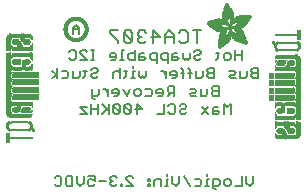
<source format=gbr>
G04 EAGLE Gerber RS-274X export*
G75*
%MOMM*%
%FSLAX34Y34*%
%LPD*%
%INSilkscreen Bottom*%
%IPPOS*%
%AMOC8*
5,1,8,0,0,1.08239X$1,22.5*%
G01*
%ADD10C,0.177800*%
%ADD11C,0.152400*%
%ADD12C,0.304800*%
%ADD13C,0.203200*%
%ADD14R,0.022863X0.462278*%
%ADD15R,0.022863X0.462281*%
%ADD16R,0.022863X0.436881*%
%ADD17R,0.023113X0.462278*%
%ADD18R,0.023113X0.462281*%
%ADD19R,0.023113X0.436881*%
%ADD20R,0.023116X0.462278*%
%ADD21R,0.023116X0.462281*%
%ADD22R,0.023116X0.436881*%
%ADD23R,0.023113X0.022863*%
%ADD24R,0.023116X0.091441*%
%ADD25R,0.023113X0.139700*%
%ADD26R,0.023116X0.185419*%
%ADD27R,0.023113X0.254000*%
%ADD28R,0.023113X0.299719*%
%ADD29R,0.023116X0.345438*%
%ADD30R,0.023113X0.391159*%
%ADD31R,0.023116X0.393700*%
%ADD32R,0.022863X0.325119*%
%ADD33R,0.022863X0.599438*%
%ADD34R,0.022863X0.622300*%
%ADD35R,0.022863X0.530859*%
%ADD36R,0.022863X0.439422*%
%ADD37R,0.022863X0.231138*%
%ADD38R,0.022863X0.071119*%
%ADD39R,0.022863X0.533400*%
%ADD40R,0.022863X0.208281*%
%ADD41R,0.023113X0.345441*%
%ADD42R,0.023113X0.576578*%
%ADD43R,0.023113X0.599438*%
%ADD44R,0.023113X0.508000*%
%ADD45R,0.023113X0.416563*%
%ADD46R,0.023113X0.208278*%
%ADD47R,0.023113X0.553722*%
%ADD48R,0.023113X0.208281*%
%ADD49R,0.023116X0.345441*%
%ADD50R,0.023116X0.530859*%
%ADD51R,0.023116X0.370841*%
%ADD52R,0.023116X0.162559*%
%ADD53R,0.023116X0.576581*%
%ADD54R,0.023116X0.208281*%
%ADD55R,0.023113X0.322578*%
%ADD56R,0.023113X0.485137*%
%ADD57R,0.023113X0.416559*%
%ADD58R,0.023113X0.347981*%
%ADD59R,0.023113X0.116838*%
%ADD60R,0.023113X0.647700*%
%ADD61R,0.023116X0.322581*%
%ADD62R,0.023116X0.485137*%
%ADD63R,0.023116X0.093978*%
%ADD64R,0.023116X0.231141*%
%ADD65R,0.023116X0.693419*%
%ADD66R,0.023113X0.322581*%
%ADD67R,0.023113X0.439419*%
%ADD68R,0.023113X0.370841*%
%ADD69R,0.023113X0.299722*%
%ADD70R,0.023113X0.045719*%
%ADD71R,0.023113X0.739138*%
%ADD72R,0.023113X0.414019*%
%ADD73R,0.023113X0.347978*%
%ADD74R,0.023113X0.762000*%
%ADD75R,0.023116X0.414019*%
%ADD76R,0.023116X0.182881*%
%ADD77R,0.023116X0.347978*%
%ADD78R,0.023116X0.276863*%
%ADD79R,0.023116X0.116841*%
%ADD80R,0.023116X0.276859*%
%ADD81R,0.023116X0.784863*%
%ADD82R,0.023113X0.325119*%
%ADD83R,0.023113X0.276863*%
%ADD84R,0.023113X0.276859*%
%ADD85R,0.023116X0.325119*%
%ADD86R,0.023116X0.391159*%
%ADD87R,0.023116X0.302259*%
%ADD88R,0.023116X0.254000*%
%ADD89R,0.023113X0.302259*%
%ADD90R,0.023113X0.393700*%
%ADD91R,0.023113X0.231141*%
%ADD92R,0.022863X0.302259*%
%ADD93R,0.022863X0.439419*%
%ADD94R,0.022863X0.368300*%
%ADD95R,0.022863X0.391159*%
%ADD96R,0.022863X0.416559*%
%ADD97R,0.022863X0.276863*%
%ADD98R,0.022863X0.205741*%
%ADD99R,0.023113X0.368300*%
%ADD100R,0.023113X0.205741*%
%ADD101R,0.023116X0.368300*%
%ADD102R,0.023116X0.205741*%
%ADD103R,0.023113X0.182881*%
%ADD104R,0.022863X0.276859*%
%ADD105R,0.022863X0.182881*%
%ADD106R,0.023113X0.924559*%
%ADD107R,0.023116X0.924559*%
%ADD108R,0.023113X0.901700*%
%ADD109R,0.023116X0.901700*%
%ADD110R,0.023113X0.878841*%
%ADD111R,0.023116X0.855981*%
%ADD112R,0.023113X0.833119*%
%ADD113R,0.022863X0.787400*%
%ADD114R,0.022863X0.414019*%
%ADD115R,0.022863X0.924559*%
%ADD116R,0.023113X0.739141*%
%ADD117R,0.023116X0.716281*%
%ADD118R,0.023116X0.299722*%
%ADD119R,0.023113X0.670559*%
%ADD120R,0.023116X0.647700*%
%ADD121R,0.023116X0.508000*%
%ADD122R,0.023116X0.299719*%
%ADD123R,0.023113X0.601981*%
%ADD124R,0.023113X0.530859*%
%ADD125R,0.023113X0.231138*%
%ADD126R,0.023113X0.556259*%
%ADD127R,0.023113X0.185419*%
%ADD128R,0.023116X0.533400*%
%ADD129R,0.023116X0.599438*%
%ADD130R,0.023116X0.416563*%
%ADD131R,0.023116X0.116838*%
%ADD132R,0.023113X0.485141*%
%ADD133R,0.023113X0.645159*%
%ADD134R,0.023113X0.716278*%
%ADD135R,0.022863X0.393700*%
%ADD136R,0.022863X0.762000*%
%ADD137R,0.022863X0.624841*%
%ADD138R,0.023113X0.784859*%
%ADD139R,0.023113X0.693422*%
%ADD140R,0.023116X0.830578*%
%ADD141R,0.023116X0.739141*%
%ADD142R,0.023113X0.876300*%
%ADD143R,0.023113X0.807722*%
%ADD144R,0.023116X0.899159*%
%ADD145R,0.023116X0.878841*%
%ADD146R,0.023113X0.922019*%
%ADD147R,0.023113X0.947419*%
%ADD148R,0.023116X0.970278*%
%ADD149R,0.023113X0.970278*%
%ADD150R,0.023116X0.439419*%
%ADD151R,0.022863X0.299722*%
%ADD152R,0.023116X0.416559*%
%ADD153R,0.023116X0.347981*%
%ADD154R,0.023113X0.137159*%
%ADD155R,0.023113X0.093978*%
%ADD156R,0.023113X0.091441*%
%ADD157R,0.023113X0.093981*%
%ADD158R,0.023113X0.114300*%
%ADD159R,0.023116X0.045719*%
%ADD160R,0.023116X0.045722*%
%ADD161R,0.023113X0.071119*%
%ADD162R,0.023113X0.116841*%
%ADD163R,0.023116X0.139700*%
%ADD164R,0.022863X0.322581*%
%ADD165R,0.022863X0.345441*%
%ADD166R,0.022863X0.162559*%
%ADD167R,0.022863X0.576581*%
%ADD168R,0.023113X0.668019*%
%ADD169R,0.023113X0.533400*%
%ADD170R,0.023116X1.455419*%
%ADD171R,0.023116X5.519419*%
%ADD172R,0.023113X1.455419*%
%ADD173R,0.023113X5.519419*%
%ADD174R,0.023116X5.494019*%
%ADD175R,0.023113X1.430019*%
%ADD176R,0.023113X5.494019*%
%ADD177R,0.023116X1.430019*%
%ADD178R,0.023116X5.471159*%
%ADD179R,0.023116X0.762000*%
%ADD180R,0.023113X1.407159*%
%ADD181R,0.023113X5.471159*%
%ADD182R,0.022863X1.384300*%
%ADD183R,0.022863X5.448300*%
%ADD184R,0.022863X0.716278*%
%ADD185R,0.022863X0.878841*%
%ADD186R,0.023113X1.361438*%
%ADD187R,0.023113X5.425438*%
%ADD188R,0.023116X1.338578*%
%ADD189R,0.023116X5.402578*%
%ADD190R,0.023116X0.624841*%
%ADD191R,0.023113X1.292859*%
%ADD192R,0.023113X5.356859*%
%ADD193R,0.023116X1.224278*%
%ADD194R,0.023116X5.288278*%
%ADD195R,0.050800X0.006300*%
%ADD196R,0.082600X0.006400*%
%ADD197R,0.120600X0.006300*%
%ADD198R,0.139700X0.006400*%
%ADD199R,0.158800X0.006300*%
%ADD200R,0.177800X0.006400*%
%ADD201R,0.196800X0.006300*%
%ADD202R,0.215900X0.006400*%
%ADD203R,0.228600X0.006300*%
%ADD204R,0.241300X0.006400*%
%ADD205R,0.254000X0.006300*%
%ADD206R,0.266700X0.006400*%
%ADD207R,0.279400X0.006300*%
%ADD208R,0.285700X0.006400*%
%ADD209R,0.298400X0.006300*%
%ADD210R,0.311200X0.006400*%
%ADD211R,0.317500X0.006300*%
%ADD212R,0.330200X0.006400*%
%ADD213R,0.336600X0.006300*%
%ADD214R,0.349200X0.006400*%
%ADD215R,0.361900X0.006300*%
%ADD216R,0.368300X0.006400*%
%ADD217R,0.381000X0.006300*%
%ADD218R,0.387300X0.006400*%
%ADD219R,0.393700X0.006300*%
%ADD220R,0.406400X0.006400*%
%ADD221R,0.412700X0.006300*%
%ADD222R,0.419100X0.006400*%
%ADD223R,0.431800X0.006300*%
%ADD224R,0.438100X0.006400*%
%ADD225R,0.450800X0.006300*%
%ADD226R,0.457200X0.006400*%
%ADD227R,0.463500X0.006300*%
%ADD228R,0.476200X0.006400*%
%ADD229R,0.482600X0.006300*%
%ADD230R,0.488900X0.006400*%
%ADD231R,0.501600X0.006300*%
%ADD232R,0.508000X0.006400*%
%ADD233R,0.514300X0.006300*%
%ADD234R,0.527000X0.006400*%
%ADD235R,0.533400X0.006300*%
%ADD236R,0.546100X0.006400*%
%ADD237R,0.552400X0.006300*%
%ADD238R,0.558800X0.006400*%
%ADD239R,0.571500X0.006300*%
%ADD240R,0.577800X0.006400*%
%ADD241R,0.584200X0.006300*%
%ADD242R,0.596900X0.006400*%
%ADD243R,0.603200X0.006300*%
%ADD244R,0.609600X0.006400*%
%ADD245R,0.622300X0.006300*%
%ADD246R,0.628600X0.006400*%
%ADD247R,0.641300X0.006300*%
%ADD248R,0.647700X0.006400*%
%ADD249R,0.063500X0.006300*%
%ADD250R,0.654000X0.006300*%
%ADD251R,0.101600X0.006400*%
%ADD252R,0.666700X0.006400*%
%ADD253R,0.139700X0.006300*%
%ADD254R,0.673100X0.006300*%
%ADD255R,0.165100X0.006400*%
%ADD256R,0.679400X0.006400*%
%ADD257R,0.196900X0.006300*%
%ADD258R,0.692100X0.006300*%
%ADD259R,0.222200X0.006400*%
%ADD260R,0.698500X0.006400*%
%ADD261R,0.247700X0.006300*%
%ADD262R,0.704800X0.006300*%
%ADD263R,0.279400X0.006400*%
%ADD264R,0.717500X0.006400*%
%ADD265R,0.298500X0.006300*%
%ADD266R,0.723900X0.006300*%
%ADD267R,0.736600X0.006400*%
%ADD268R,0.342900X0.006300*%
%ADD269R,0.742900X0.006300*%
%ADD270R,0.374700X0.006400*%
%ADD271R,0.749300X0.006400*%
%ADD272R,0.762000X0.006300*%
%ADD273R,0.412700X0.006400*%
%ADD274R,0.768300X0.006400*%
%ADD275R,0.438100X0.006300*%
%ADD276R,0.774700X0.006300*%
%ADD277R,0.463600X0.006400*%
%ADD278R,0.787400X0.006400*%
%ADD279R,0.793700X0.006300*%
%ADD280R,0.495300X0.006400*%
%ADD281R,0.800100X0.006400*%
%ADD282R,0.520700X0.006300*%
%ADD283R,0.812800X0.006300*%
%ADD284R,0.533400X0.006400*%
%ADD285R,0.819100X0.006400*%
%ADD286R,0.558800X0.006300*%
%ADD287R,0.825500X0.006300*%
%ADD288R,0.577900X0.006400*%
%ADD289R,0.831800X0.006400*%
%ADD290R,0.596900X0.006300*%
%ADD291R,0.844500X0.006300*%
%ADD292R,0.616000X0.006400*%
%ADD293R,0.850900X0.006400*%
%ADD294R,0.635000X0.006300*%
%ADD295R,0.857200X0.006300*%
%ADD296R,0.654100X0.006400*%
%ADD297R,0.863600X0.006400*%
%ADD298R,0.666700X0.006300*%
%ADD299R,0.869900X0.006300*%
%ADD300R,0.685800X0.006400*%
%ADD301R,0.876300X0.006400*%
%ADD302R,0.882600X0.006300*%
%ADD303R,0.723900X0.006400*%
%ADD304R,0.889000X0.006400*%
%ADD305R,0.895300X0.006300*%
%ADD306R,0.755700X0.006400*%
%ADD307R,0.901700X0.006400*%
%ADD308R,0.908000X0.006300*%
%ADD309R,0.793800X0.006400*%
%ADD310R,0.914400X0.006400*%
%ADD311R,0.806400X0.006300*%
%ADD312R,0.920700X0.006300*%
%ADD313R,0.825500X0.006400*%
%ADD314R,0.927100X0.006400*%
%ADD315R,0.933400X0.006300*%
%ADD316R,0.857300X0.006400*%
%ADD317R,0.939800X0.006400*%
%ADD318R,0.870000X0.006300*%
%ADD319R,0.939800X0.006300*%
%ADD320R,0.946100X0.006400*%
%ADD321R,0.952500X0.006300*%
%ADD322R,0.908000X0.006400*%
%ADD323R,0.958800X0.006400*%
%ADD324R,0.965200X0.006300*%
%ADD325R,0.965200X0.006400*%
%ADD326R,0.971500X0.006300*%
%ADD327R,0.952500X0.006400*%
%ADD328R,0.977900X0.006400*%
%ADD329R,0.958800X0.006300*%
%ADD330R,0.984200X0.006300*%
%ADD331R,0.971500X0.006400*%
%ADD332R,0.984200X0.006400*%
%ADD333R,0.990600X0.006300*%
%ADD334R,0.984300X0.006400*%
%ADD335R,0.996900X0.006400*%
%ADD336R,0.997000X0.006300*%
%ADD337R,0.996900X0.006300*%
%ADD338R,1.003300X0.006400*%
%ADD339R,1.016000X0.006300*%
%ADD340R,1.009600X0.006300*%
%ADD341R,1.016000X0.006400*%
%ADD342R,1.009600X0.006400*%
%ADD343R,1.022300X0.006300*%
%ADD344R,1.028700X0.006400*%
%ADD345R,1.035100X0.006300*%
%ADD346R,1.047800X0.006400*%
%ADD347R,1.054100X0.006300*%
%ADD348R,1.028700X0.006300*%
%ADD349R,1.054100X0.006400*%
%ADD350R,1.035000X0.006400*%
%ADD351R,1.060400X0.006300*%
%ADD352R,1.035000X0.006300*%
%ADD353R,1.060500X0.006400*%
%ADD354R,1.041400X0.006400*%
%ADD355R,1.066800X0.006300*%
%ADD356R,1.041400X0.006300*%
%ADD357R,1.079500X0.006400*%
%ADD358R,1.047700X0.006400*%
%ADD359R,1.085900X0.006300*%
%ADD360R,1.047700X0.006300*%
%ADD361R,1.085800X0.006400*%
%ADD362R,1.092200X0.006300*%
%ADD363R,1.085900X0.006400*%
%ADD364R,1.098600X0.006300*%
%ADD365R,1.098600X0.006400*%
%ADD366R,1.060400X0.006400*%
%ADD367R,1.104900X0.006300*%
%ADD368R,1.104900X0.006400*%
%ADD369R,1.066800X0.006400*%
%ADD370R,1.111200X0.006300*%
%ADD371R,1.117600X0.006400*%
%ADD372R,1.117600X0.006300*%
%ADD373R,1.073100X0.006300*%
%ADD374R,1.073100X0.006400*%
%ADD375R,1.124000X0.006300*%
%ADD376R,1.079500X0.006300*%
%ADD377R,1.123900X0.006400*%
%ADD378R,1.130300X0.006300*%
%ADD379R,1.130300X0.006400*%
%ADD380R,1.136700X0.006400*%
%ADD381R,1.136700X0.006300*%
%ADD382R,1.085800X0.006300*%
%ADD383R,1.136600X0.006400*%
%ADD384R,1.136600X0.006300*%
%ADD385R,1.143000X0.006400*%
%ADD386R,1.143000X0.006300*%
%ADD387R,1.149400X0.006300*%
%ADD388R,1.149300X0.006300*%
%ADD389R,1.149300X0.006400*%
%ADD390R,1.149400X0.006400*%
%ADD391R,1.155700X0.006400*%
%ADD392R,1.155700X0.006300*%
%ADD393R,1.060500X0.006300*%
%ADD394R,2.197100X0.006400*%
%ADD395R,2.197100X0.006300*%
%ADD396R,2.184400X0.006300*%
%ADD397R,2.184400X0.006400*%
%ADD398R,2.171700X0.006400*%
%ADD399R,2.171700X0.006300*%
%ADD400R,1.530300X0.006400*%
%ADD401R,1.505000X0.006300*%
%ADD402R,1.492300X0.006400*%
%ADD403R,1.485900X0.006300*%
%ADD404R,0.565200X0.006300*%
%ADD405R,1.473200X0.006400*%
%ADD406R,0.565200X0.006400*%
%ADD407R,1.460500X0.006300*%
%ADD408R,1.454100X0.006400*%
%ADD409R,0.552400X0.006400*%
%ADD410R,1.441500X0.006300*%
%ADD411R,0.546100X0.006300*%
%ADD412R,1.435100X0.006400*%
%ADD413R,0.539800X0.006400*%
%ADD414R,1.428800X0.006300*%
%ADD415R,1.422400X0.006400*%
%ADD416R,1.409700X0.006300*%
%ADD417R,0.527100X0.006300*%
%ADD418R,1.403300X0.006400*%
%ADD419R,0.527100X0.006400*%
%ADD420R,1.390700X0.006300*%
%ADD421R,1.384300X0.006400*%
%ADD422R,0.520700X0.006400*%
%ADD423R,1.384300X0.006300*%
%ADD424R,0.514400X0.006300*%
%ADD425R,1.371600X0.006400*%
%ADD426R,1.365200X0.006300*%
%ADD427R,0.508000X0.006300*%
%ADD428R,1.352600X0.006400*%
%ADD429R,0.501700X0.006400*%
%ADD430R,0.711200X0.006300*%
%ADD431R,0.603300X0.006300*%
%ADD432R,0.501700X0.006300*%
%ADD433R,0.692100X0.006400*%
%ADD434R,0.571500X0.006400*%
%ADD435R,0.679400X0.006300*%
%ADD436R,0.495300X0.006300*%
%ADD437R,0.673100X0.006400*%
%ADD438R,0.666800X0.006300*%
%ADD439R,0.488900X0.006300*%
%ADD440R,0.660400X0.006400*%
%ADD441R,0.482600X0.006400*%
%ADD442R,0.476200X0.006300*%
%ADD443R,0.654000X0.006400*%
%ADD444R,0.469900X0.006400*%
%ADD445R,0.476300X0.006400*%
%ADD446R,0.647700X0.006300*%
%ADD447R,0.457200X0.006300*%
%ADD448R,0.469900X0.006300*%
%ADD449R,0.641300X0.006400*%
%ADD450R,0.444500X0.006400*%
%ADD451R,0.463600X0.006300*%
%ADD452R,0.635000X0.006400*%
%ADD453R,0.463500X0.006400*%
%ADD454R,0.393700X0.006400*%
%ADD455R,0.450800X0.006400*%
%ADD456R,0.628600X0.006300*%
%ADD457R,0.387400X0.006300*%
%ADD458R,0.450900X0.006300*%
%ADD459R,0.628700X0.006400*%
%ADD460R,0.374600X0.006400*%
%ADD461R,0.368300X0.006300*%
%ADD462R,0.438200X0.006300*%
%ADD463R,0.622300X0.006400*%
%ADD464R,0.355600X0.006400*%
%ADD465R,0.431800X0.006400*%
%ADD466R,0.349300X0.006300*%
%ADD467R,0.425400X0.006300*%
%ADD468R,0.615900X0.006300*%
%ADD469R,0.330200X0.006300*%
%ADD470R,0.419100X0.006300*%
%ADD471R,0.616000X0.006300*%
%ADD472R,0.311200X0.006300*%
%ADD473R,0.406400X0.006300*%
%ADD474R,0.615900X0.006400*%
%ADD475R,0.304800X0.006400*%
%ADD476R,0.158800X0.006400*%
%ADD477R,0.609600X0.006300*%
%ADD478R,0.292100X0.006300*%
%ADD479R,0.235000X0.006300*%
%ADD480R,0.387400X0.006400*%
%ADD481R,0.292100X0.006400*%
%ADD482R,0.336500X0.006300*%
%ADD483R,0.260400X0.006300*%
%ADD484R,0.603300X0.006400*%
%ADD485R,0.260400X0.006400*%
%ADD486R,0.362000X0.006400*%
%ADD487R,0.450900X0.006400*%
%ADD488R,0.355600X0.006300*%
%ADD489R,0.342900X0.006400*%
%ADD490R,0.514300X0.006400*%
%ADD491R,0.234900X0.006300*%
%ADD492R,0.539700X0.006300*%
%ADD493R,0.603200X0.006400*%
%ADD494R,0.234900X0.006400*%
%ADD495R,0.920700X0.006400*%
%ADD496R,0.958900X0.006400*%
%ADD497R,0.215900X0.006300*%
%ADD498R,0.209600X0.006400*%
%ADD499R,0.203200X0.006300*%
%ADD500R,1.003300X0.006300*%
%ADD501R,0.203200X0.006400*%
%ADD502R,0.196900X0.006400*%
%ADD503R,0.190500X0.006300*%
%ADD504R,0.190500X0.006400*%
%ADD505R,0.184200X0.006300*%
%ADD506R,0.590500X0.006400*%
%ADD507R,0.184200X0.006400*%
%ADD508R,0.590500X0.006300*%
%ADD509R,0.177800X0.006300*%
%ADD510R,0.584200X0.006400*%
%ADD511R,1.168400X0.006400*%
%ADD512R,0.171500X0.006300*%
%ADD513R,1.187500X0.006300*%
%ADD514R,1.200100X0.006400*%
%ADD515R,0.577800X0.006300*%
%ADD516R,1.212900X0.006300*%
%ADD517R,1.231900X0.006400*%
%ADD518R,1.250900X0.006300*%
%ADD519R,0.565100X0.006400*%
%ADD520R,0.184100X0.006400*%
%ADD521R,1.263700X0.006400*%
%ADD522R,0.565100X0.006300*%
%ADD523R,1.289100X0.006300*%
%ADD524R,1.314400X0.006400*%
%ADD525R,0.552500X0.006300*%
%ADD526R,1.568500X0.006300*%
%ADD527R,0.552500X0.006400*%
%ADD528R,1.581200X0.006400*%
%ADD529R,1.593800X0.006300*%
%ADD530R,1.606500X0.006400*%
%ADD531R,1.619300X0.006300*%
%ADD532R,0.514400X0.006400*%
%ADD533R,1.638300X0.006400*%
%ADD534R,1.657300X0.006300*%
%ADD535R,2.209800X0.006400*%
%ADD536R,2.425700X0.006300*%
%ADD537R,2.470100X0.006400*%
%ADD538R,2.501900X0.006300*%
%ADD539R,2.533700X0.006400*%
%ADD540R,2.559000X0.006300*%
%ADD541R,2.584500X0.006400*%
%ADD542R,2.609900X0.006300*%
%ADD543R,2.628900X0.006400*%
%ADD544R,2.660600X0.006300*%
%ADD545R,2.673400X0.006400*%
%ADD546R,1.422400X0.006300*%
%ADD547R,1.200200X0.006300*%
%ADD548R,1.365300X0.006300*%
%ADD549R,1.365300X0.006400*%
%ADD550R,1.352500X0.006300*%
%ADD551R,1.098500X0.006300*%
%ADD552R,1.358900X0.006400*%
%ADD553R,1.352600X0.006300*%
%ADD554R,1.358900X0.006300*%
%ADD555R,1.371600X0.006300*%
%ADD556R,1.377900X0.006400*%
%ADD557R,1.397000X0.006400*%
%ADD558R,1.403300X0.006300*%
%ADD559R,0.914400X0.006300*%
%ADD560R,0.876300X0.006300*%
%ADD561R,0.374600X0.006300*%
%ADD562R,1.073200X0.006400*%
%ADD563R,0.374700X0.006300*%
%ADD564R,0.844600X0.006400*%
%ADD565R,0.844600X0.006300*%
%ADD566R,0.831900X0.006400*%
%ADD567R,1.092200X0.006400*%
%ADD568R,0.400000X0.006300*%
%ADD569R,0.819200X0.006400*%
%ADD570R,1.111300X0.006400*%
%ADD571R,0.812800X0.006400*%
%ADD572R,0.800100X0.006300*%
%ADD573R,0.476300X0.006300*%
%ADD574R,1.181100X0.006300*%
%ADD575R,0.501600X0.006400*%
%ADD576R,1.193800X0.006400*%
%ADD577R,0.781000X0.006400*%
%ADD578R,1.238200X0.006400*%
%ADD579R,0.781100X0.006300*%
%ADD580R,1.257300X0.006300*%
%ADD581R,1.295400X0.006400*%
%ADD582R,1.333500X0.006300*%
%ADD583R,0.774700X0.006400*%
%ADD584R,1.866900X0.006400*%
%ADD585R,0.209600X0.006300*%
%ADD586R,1.866900X0.006300*%
%ADD587R,0.768400X0.006400*%
%ADD588R,0.209500X0.006400*%
%ADD589R,1.860600X0.006400*%
%ADD590R,0.762000X0.006400*%
%ADD591R,0.768400X0.006300*%
%ADD592R,1.860600X0.006300*%
%ADD593R,1.860500X0.006400*%
%ADD594R,0.222300X0.006300*%
%ADD595R,1.854200X0.006300*%
%ADD596R,0.235000X0.006400*%
%ADD597R,1.854200X0.006400*%
%ADD598R,0.768300X0.006300*%
%ADD599R,0.260300X0.006400*%
%ADD600R,1.847800X0.006400*%
%ADD601R,0.266700X0.006300*%
%ADD602R,1.847800X0.006300*%
%ADD603R,0.273100X0.006400*%
%ADD604R,1.841500X0.006400*%
%ADD605R,0.285800X0.006300*%
%ADD606R,1.841500X0.006300*%
%ADD607R,0.298500X0.006400*%
%ADD608R,1.835100X0.006400*%
%ADD609R,0.781000X0.006300*%
%ADD610R,0.304800X0.006300*%
%ADD611R,1.835100X0.006300*%
%ADD612R,0.317500X0.006400*%
%ADD613R,1.828800X0.006400*%
%ADD614R,0.787400X0.006300*%
%ADD615R,0.323800X0.006300*%
%ADD616R,1.828800X0.006300*%
%ADD617R,0.793700X0.006400*%
%ADD618R,1.822400X0.006400*%
%ADD619R,0.806500X0.006300*%
%ADD620R,1.822400X0.006300*%
%ADD621R,1.816100X0.006400*%
%ADD622R,0.819100X0.006300*%
%ADD623R,0.387300X0.006300*%
%ADD624R,1.816100X0.006300*%
%ADD625R,1.809800X0.006400*%
%ADD626R,1.803400X0.006300*%
%ADD627R,1.797000X0.006400*%
%ADD628R,0.901700X0.006300*%
%ADD629R,1.797000X0.006300*%
%ADD630R,1.441400X0.006400*%
%ADD631R,1.790700X0.006400*%
%ADD632R,1.447800X0.006300*%
%ADD633R,1.784300X0.006300*%
%ADD634R,1.447800X0.006400*%
%ADD635R,1.784300X0.006400*%
%ADD636R,1.454100X0.006300*%
%ADD637R,1.771700X0.006300*%
%ADD638R,1.460500X0.006400*%
%ADD639R,1.759000X0.006400*%
%ADD640R,1.466800X0.006300*%
%ADD641R,1.752600X0.006300*%
%ADD642R,1.466800X0.006400*%
%ADD643R,1.739900X0.006400*%
%ADD644R,1.473200X0.006300*%
%ADD645R,1.727200X0.006300*%
%ADD646R,1.479500X0.006400*%
%ADD647R,1.714500X0.006400*%
%ADD648R,1.695400X0.006300*%
%ADD649R,1.485900X0.006400*%
%ADD650R,1.682700X0.006400*%
%ADD651R,1.492200X0.006300*%
%ADD652R,1.663700X0.006300*%
%ADD653R,1.498600X0.006400*%
%ADD654R,1.644600X0.006400*%
%ADD655R,1.498600X0.006300*%
%ADD656R,1.619200X0.006300*%
%ADD657R,1.511300X0.006400*%
%ADD658R,1.600200X0.006400*%
%ADD659R,1.517700X0.006300*%
%ADD660R,1.574800X0.006300*%
%ADD661R,1.524000X0.006400*%
%ADD662R,1.555800X0.006400*%
%ADD663R,1.524000X0.006300*%
%ADD664R,1.536700X0.006300*%
%ADD665R,1.530400X0.006400*%
%ADD666R,1.517700X0.006400*%
%ADD667R,1.492300X0.006300*%
%ADD668R,1.549400X0.006400*%
%ADD669R,1.479600X0.006400*%
%ADD670R,1.549400X0.006300*%
%ADD671R,1.555700X0.006400*%
%ADD672R,1.562100X0.006300*%
%ADD673R,0.323900X0.006300*%
%ADD674R,1.568400X0.006400*%
%ADD675R,0.336600X0.006400*%
%ADD676R,1.587500X0.006300*%
%ADD677R,0.971600X0.006300*%
%ADD678R,0.349300X0.006400*%
%ADD679R,1.600200X0.006300*%
%ADD680R,0.920800X0.006300*%
%ADD681R,0.882700X0.006400*%
%ADD682R,1.612900X0.006300*%
%ADD683R,0.362000X0.006300*%
%ADD684R,1.625600X0.006400*%
%ADD685R,1.625600X0.006300*%
%ADD686R,1.644600X0.006300*%
%ADD687R,0.736600X0.006300*%
%ADD688R,0.717600X0.006400*%
%ADD689R,1.657400X0.006300*%
%ADD690R,0.679500X0.006300*%
%ADD691R,1.663700X0.006400*%
%ADD692R,0.400000X0.006400*%
%ADD693R,1.676400X0.006300*%
%ADD694R,1.676400X0.006400*%
%ADD695R,0.425500X0.006400*%
%ADD696R,1.352500X0.006400*%
%ADD697R,0.444500X0.006300*%
%ADD698R,0.361900X0.006400*%
%ADD699R,0.088900X0.006300*%
%ADD700R,1.009700X0.006300*%
%ADD701R,1.009700X0.006400*%
%ADD702R,1.022300X0.006400*%
%ADD703R,1.346200X0.006400*%
%ADD704R,1.346200X0.006300*%
%ADD705R,1.339900X0.006400*%
%ADD706R,1.035100X0.006400*%
%ADD707R,1.339800X0.006300*%
%ADD708R,1.333500X0.006400*%
%ADD709R,1.327200X0.006400*%
%ADD710R,1.320800X0.006300*%
%ADD711R,1.314500X0.006400*%
%ADD712R,1.314400X0.006300*%
%ADD713R,1.301700X0.006400*%
%ADD714R,1.295400X0.006300*%
%ADD715R,1.289000X0.006400*%
%ADD716R,1.276300X0.006300*%
%ADD717R,1.251000X0.006300*%
%ADD718R,1.244600X0.006400*%
%ADD719R,1.231900X0.006300*%
%ADD720R,1.212800X0.006400*%
%ADD721R,1.200100X0.006300*%
%ADD722R,1.187400X0.006400*%
%ADD723R,1.168400X0.006300*%
%ADD724R,1.047800X0.006300*%
%ADD725R,0.977900X0.006300*%
%ADD726R,0.946200X0.006400*%
%ADD727R,0.933400X0.006400*%
%ADD728R,0.895300X0.006400*%
%ADD729R,0.882700X0.006300*%
%ADD730R,0.863600X0.006300*%
%ADD731R,0.857200X0.006400*%
%ADD732R,0.850900X0.006300*%
%ADD733R,0.838200X0.006300*%
%ADD734R,0.806500X0.006400*%
%ADD735R,0.717600X0.006300*%
%ADD736R,0.711200X0.006400*%
%ADD737R,0.641400X0.006400*%
%ADD738R,0.641400X0.006300*%
%ADD739R,0.628700X0.006300*%
%ADD740R,0.590600X0.006300*%
%ADD741R,0.539700X0.006400*%
%ADD742R,0.285700X0.006300*%
%ADD743R,0.222200X0.006300*%
%ADD744R,0.171400X0.006300*%
%ADD745R,0.152400X0.006400*%
%ADD746R,0.133400X0.006300*%


D10*
X163396Y125349D02*
X163396Y136280D01*
X167040Y136280D02*
X159752Y136280D01*
X149880Y136280D02*
X148058Y134458D01*
X149880Y136280D02*
X153524Y136280D01*
X155346Y134458D01*
X155346Y127171D01*
X153524Y125349D01*
X149880Y125349D01*
X148058Y127171D01*
X143652Y125349D02*
X143652Y132637D01*
X140008Y136280D01*
X136365Y132637D01*
X136365Y125349D01*
X136365Y130815D02*
X143652Y130815D01*
X126492Y125349D02*
X126492Y136280D01*
X131958Y130815D01*
X124671Y130815D01*
X120264Y134458D02*
X118442Y136280D01*
X114798Y136280D01*
X112977Y134458D01*
X112977Y132637D01*
X114798Y130815D01*
X116620Y130815D01*
X114798Y130815D02*
X112977Y128993D01*
X112977Y127171D01*
X114798Y125349D01*
X118442Y125349D01*
X120264Y127171D01*
X108570Y127171D02*
X108570Y134458D01*
X106748Y136280D01*
X103104Y136280D01*
X101283Y134458D01*
X101283Y127171D01*
X103104Y125349D01*
X106748Y125349D01*
X108570Y127171D01*
X101283Y134458D01*
X96876Y136280D02*
X89589Y136280D01*
X89589Y134458D01*
X96876Y127171D01*
X96876Y125349D01*
D11*
X201080Y119895D02*
X201080Y111252D01*
X201080Y115574D02*
X195317Y115574D01*
X195317Y119895D02*
X195317Y111252D01*
X190284Y111252D02*
X187403Y111252D01*
X185962Y112693D01*
X185962Y115574D01*
X187403Y117014D01*
X190284Y117014D01*
X191724Y115574D01*
X191724Y112693D01*
X190284Y111252D01*
X180929Y112693D02*
X180929Y118455D01*
X180929Y112693D02*
X179488Y111252D01*
X179488Y117014D02*
X182369Y117014D01*
X162456Y119895D02*
X161015Y118455D01*
X162456Y119895D02*
X165337Y119895D01*
X166777Y118455D01*
X166777Y117014D01*
X165337Y115574D01*
X162456Y115574D01*
X161015Y114133D01*
X161015Y112693D01*
X162456Y111252D01*
X165337Y111252D01*
X166777Y112693D01*
X157422Y112693D02*
X157422Y117014D01*
X157422Y112693D02*
X155981Y111252D01*
X154541Y112693D01*
X153100Y111252D01*
X151660Y112693D01*
X151660Y117014D01*
X146626Y117014D02*
X143745Y117014D01*
X142305Y115574D01*
X142305Y111252D01*
X146626Y111252D01*
X148067Y112693D01*
X146626Y114133D01*
X142305Y114133D01*
X138712Y117014D02*
X138712Y108371D01*
X138712Y117014D02*
X134390Y117014D01*
X132949Y115574D01*
X132949Y112693D01*
X134390Y111252D01*
X138712Y111252D01*
X129356Y108371D02*
X129356Y117014D01*
X125035Y117014D01*
X123594Y115574D01*
X123594Y112693D01*
X125035Y111252D01*
X129356Y111252D01*
X118561Y117014D02*
X115680Y117014D01*
X114239Y115574D01*
X114239Y111252D01*
X118561Y111252D01*
X120001Y112693D01*
X118561Y114133D01*
X114239Y114133D01*
X110646Y111252D02*
X110646Y119895D01*
X110646Y111252D02*
X106324Y111252D01*
X104884Y112693D01*
X104884Y115574D01*
X106324Y117014D01*
X110646Y117014D01*
X101291Y119895D02*
X99850Y119895D01*
X99850Y111252D01*
X98410Y111252D02*
X101291Y111252D01*
X93614Y111252D02*
X90732Y111252D01*
X93614Y111252D02*
X95054Y112693D01*
X95054Y115574D01*
X93614Y117014D01*
X90732Y117014D01*
X89292Y115574D01*
X89292Y114133D01*
X95054Y114133D01*
X76344Y111252D02*
X73463Y111252D01*
X74903Y111252D02*
X74903Y119895D01*
X73463Y119895D02*
X76344Y119895D01*
X70107Y111252D02*
X64345Y111252D01*
X70107Y111252D02*
X64345Y117014D01*
X64345Y118455D01*
X65785Y119895D01*
X68666Y119895D01*
X70107Y118455D01*
X56430Y119895D02*
X54990Y118455D01*
X56430Y119895D02*
X59311Y119895D01*
X60752Y118455D01*
X60752Y112693D01*
X59311Y111252D01*
X56430Y111252D01*
X54990Y112693D01*
X215112Y104655D02*
X215112Y96012D01*
X215112Y104655D02*
X210791Y104655D01*
X209350Y103215D01*
X209350Y101774D01*
X210791Y100334D01*
X209350Y98893D01*
X209350Y97453D01*
X210791Y96012D01*
X215112Y96012D01*
X215112Y100334D02*
X210791Y100334D01*
X205757Y101774D02*
X205757Y97453D01*
X204317Y96012D01*
X199995Y96012D01*
X199995Y101774D01*
X196402Y96012D02*
X192080Y96012D01*
X190640Y97453D01*
X192080Y98893D01*
X194961Y98893D01*
X196402Y100334D01*
X194961Y101774D01*
X190640Y101774D01*
X177692Y104655D02*
X177692Y96012D01*
X177692Y104655D02*
X173370Y104655D01*
X171929Y103215D01*
X171929Y101774D01*
X173370Y100334D01*
X171929Y98893D01*
X171929Y97453D01*
X173370Y96012D01*
X177692Y96012D01*
X177692Y100334D02*
X173370Y100334D01*
X168336Y101774D02*
X168336Y97453D01*
X166896Y96012D01*
X162574Y96012D01*
X162574Y101774D01*
X157541Y103215D02*
X157541Y96012D01*
X157541Y103215D02*
X156100Y104655D01*
X156100Y100334D02*
X158981Y100334D01*
X151304Y103215D02*
X151304Y96012D01*
X151304Y103215D02*
X149863Y104655D01*
X149863Y100334D02*
X152744Y100334D01*
X145067Y96012D02*
X142186Y96012D01*
X145067Y96012D02*
X146508Y97453D01*
X146508Y100334D01*
X145067Y101774D01*
X142186Y101774D01*
X140745Y100334D01*
X140745Y98893D01*
X146508Y98893D01*
X137152Y96012D02*
X137152Y101774D01*
X137152Y98893D02*
X134271Y101774D01*
X132831Y101774D01*
X120001Y101774D02*
X120001Y97453D01*
X118561Y96012D01*
X117120Y97453D01*
X115680Y96012D01*
X114239Y97453D01*
X114239Y101774D01*
X110646Y101774D02*
X109206Y101774D01*
X109206Y96012D01*
X110646Y96012D02*
X107765Y96012D01*
X109206Y104655D02*
X109206Y106096D01*
X102969Y103215D02*
X102969Y97453D01*
X101528Y96012D01*
X101528Y101774D02*
X104409Y101774D01*
X98173Y104655D02*
X98173Y96012D01*
X98173Y100334D02*
X96732Y101774D01*
X93851Y101774D01*
X92410Y100334D01*
X92410Y96012D01*
X75141Y104655D02*
X73700Y103215D01*
X75141Y104655D02*
X78022Y104655D01*
X79462Y103215D01*
X79462Y101774D01*
X78022Y100334D01*
X75141Y100334D01*
X73700Y98893D01*
X73700Y97453D01*
X75141Y96012D01*
X78022Y96012D01*
X79462Y97453D01*
X68666Y97453D02*
X68666Y103215D01*
X68666Y97453D02*
X67226Y96012D01*
X67226Y101774D02*
X70107Y101774D01*
X63870Y101774D02*
X63870Y97453D01*
X62430Y96012D01*
X58108Y96012D01*
X58108Y101774D01*
X53074Y101774D02*
X48753Y101774D01*
X53074Y101774D02*
X54515Y100334D01*
X54515Y97453D01*
X53074Y96012D01*
X48753Y96012D01*
X45160Y96012D02*
X45160Y104655D01*
X45160Y98893D02*
X40838Y96012D01*
X45160Y98893D02*
X40838Y101774D01*
X181590Y89415D02*
X181590Y80772D01*
X181590Y89415D02*
X177268Y89415D01*
X175827Y87975D01*
X175827Y86534D01*
X177268Y85094D01*
X175827Y83653D01*
X175827Y82213D01*
X177268Y80772D01*
X181590Y80772D01*
X181590Y85094D02*
X177268Y85094D01*
X172234Y86534D02*
X172234Y82213D01*
X170794Y80772D01*
X166472Y80772D01*
X166472Y86534D01*
X162879Y80772D02*
X158558Y80772D01*
X157117Y82213D01*
X158558Y83653D01*
X161439Y83653D01*
X162879Y85094D01*
X161439Y86534D01*
X157117Y86534D01*
X144169Y89415D02*
X144169Y80772D01*
X144169Y89415D02*
X139847Y89415D01*
X138407Y87975D01*
X138407Y85094D01*
X139847Y83653D01*
X144169Y83653D01*
X141288Y83653D02*
X138407Y80772D01*
X133373Y80772D02*
X130492Y80772D01*
X133373Y80772D02*
X134814Y82213D01*
X134814Y85094D01*
X133373Y86534D01*
X130492Y86534D01*
X129051Y85094D01*
X129051Y83653D01*
X134814Y83653D01*
X124018Y86534D02*
X119696Y86534D01*
X124018Y86534D02*
X125458Y85094D01*
X125458Y82213D01*
X124018Y80772D01*
X119696Y80772D01*
X114663Y80772D02*
X111782Y80772D01*
X110341Y82213D01*
X110341Y85094D01*
X111782Y86534D01*
X114663Y86534D01*
X116103Y85094D01*
X116103Y82213D01*
X114663Y80772D01*
X106748Y86534D02*
X103867Y80772D01*
X100986Y86534D01*
X95952Y80772D02*
X93071Y80772D01*
X95952Y80772D02*
X97393Y82213D01*
X97393Y85094D01*
X95952Y86534D01*
X93071Y86534D01*
X91631Y85094D01*
X91631Y83653D01*
X97393Y83653D01*
X88038Y80772D02*
X88038Y86534D01*
X88038Y83653D02*
X85157Y86534D01*
X83716Y86534D01*
X80242Y86534D02*
X80242Y82213D01*
X78801Y80772D01*
X74479Y80772D01*
X74479Y79331D02*
X74479Y86534D01*
X74479Y79331D02*
X75920Y77891D01*
X77361Y77891D01*
X191724Y74175D02*
X191724Y65532D01*
X188843Y71294D02*
X191724Y74175D01*
X188843Y71294D02*
X185962Y74175D01*
X185962Y65532D01*
X180929Y71294D02*
X178047Y71294D01*
X176607Y69854D01*
X176607Y65532D01*
X180929Y65532D01*
X182369Y66973D01*
X180929Y68413D01*
X176607Y68413D01*
X173014Y71294D02*
X167252Y65532D01*
X173014Y65532D02*
X167252Y71294D01*
X149982Y74175D02*
X148541Y72735D01*
X149982Y74175D02*
X152863Y74175D01*
X154304Y72735D01*
X154304Y71294D01*
X152863Y69854D01*
X149982Y69854D01*
X148541Y68413D01*
X148541Y66973D01*
X149982Y65532D01*
X152863Y65532D01*
X154304Y66973D01*
X140627Y74175D02*
X139186Y72735D01*
X140627Y74175D02*
X143508Y74175D01*
X144948Y72735D01*
X144948Y66973D01*
X143508Y65532D01*
X140627Y65532D01*
X139186Y66973D01*
X135593Y65532D02*
X135593Y74175D01*
X135593Y65532D02*
X129831Y65532D01*
X112561Y65532D02*
X112561Y74175D01*
X116883Y69854D01*
X111121Y69854D01*
X107528Y66973D02*
X107528Y72735D01*
X106087Y74175D01*
X103206Y74175D01*
X101765Y72735D01*
X101765Y66973D01*
X103206Y65532D01*
X106087Y65532D01*
X107528Y66973D01*
X101765Y72735D01*
X98172Y72735D02*
X98172Y66973D01*
X98172Y72735D02*
X96732Y74175D01*
X93851Y74175D01*
X92410Y72735D01*
X92410Y66973D01*
X93851Y65532D01*
X96732Y65532D01*
X98172Y66973D01*
X92410Y72735D01*
X88817Y74175D02*
X88817Y65532D01*
X88817Y68413D02*
X83055Y74175D01*
X87377Y69854D02*
X83055Y65532D01*
X79462Y65532D02*
X79462Y74175D01*
X79462Y69854D02*
X73700Y69854D01*
X73700Y74175D02*
X73700Y65532D01*
X70107Y71294D02*
X64345Y71294D01*
X70107Y65532D01*
X64345Y65532D01*
X210724Y13215D02*
X210724Y7453D01*
X207843Y4572D01*
X204962Y7453D01*
X204962Y13215D01*
X201369Y13215D02*
X201369Y4572D01*
X195607Y4572D01*
X190573Y4572D02*
X187692Y4572D01*
X186251Y6013D01*
X186251Y8894D01*
X187692Y10334D01*
X190573Y10334D01*
X192014Y8894D01*
X192014Y6013D01*
X190573Y4572D01*
X179777Y1691D02*
X178337Y1691D01*
X176896Y3131D01*
X176896Y10334D01*
X181218Y10334D01*
X182658Y8894D01*
X182658Y6013D01*
X181218Y4572D01*
X176896Y4572D01*
X173303Y10334D02*
X171863Y10334D01*
X171863Y4572D01*
X173303Y4572D02*
X170422Y4572D01*
X171863Y13215D02*
X171863Y14656D01*
X165626Y10334D02*
X161304Y10334D01*
X165626Y10334D02*
X167066Y8894D01*
X167066Y6013D01*
X165626Y4572D01*
X161304Y4572D01*
X157711Y4572D02*
X151949Y13215D01*
X148356Y13215D02*
X148356Y7453D01*
X145475Y4572D01*
X142594Y7453D01*
X142594Y13215D01*
X139001Y10334D02*
X137560Y10334D01*
X137560Y4572D01*
X136120Y4572D02*
X139001Y4572D01*
X137560Y13215D02*
X137560Y14656D01*
X132764Y10334D02*
X132764Y4572D01*
X132764Y10334D02*
X128442Y10334D01*
X127002Y8894D01*
X127002Y4572D01*
X123409Y10334D02*
X121968Y10334D01*
X121968Y8894D01*
X123409Y8894D01*
X123409Y10334D01*
X123409Y6013D02*
X121968Y6013D01*
X121968Y4572D01*
X123409Y4572D01*
X123409Y6013D01*
X109376Y4572D02*
X103614Y4572D01*
X109376Y4572D02*
X103614Y10334D01*
X103614Y11775D01*
X105054Y13215D01*
X107936Y13215D01*
X109376Y11775D01*
X100021Y6013D02*
X100021Y4572D01*
X100021Y6013D02*
X98580Y6013D01*
X98580Y4572D01*
X100021Y4572D01*
X95343Y11775D02*
X93903Y13215D01*
X91022Y13215D01*
X89581Y11775D01*
X89581Y10334D01*
X91022Y8894D01*
X92462Y8894D01*
X91022Y8894D02*
X89581Y7453D01*
X89581Y6013D01*
X91022Y4572D01*
X93903Y4572D01*
X95343Y6013D01*
X85988Y8894D02*
X80226Y8894D01*
X76633Y13215D02*
X70871Y13215D01*
X76633Y13215D02*
X76633Y8894D01*
X73752Y10334D01*
X72311Y10334D01*
X70871Y8894D01*
X70871Y6013D01*
X72311Y4572D01*
X75192Y4572D01*
X76633Y6013D01*
X67278Y7453D02*
X67278Y13215D01*
X67278Y7453D02*
X64397Y4572D01*
X61516Y7453D01*
X61516Y13215D01*
X57923Y13215D02*
X57923Y4572D01*
X53601Y4572D01*
X52160Y6013D01*
X52160Y11775D01*
X53601Y13215D01*
X57923Y13215D01*
X44246Y13215D02*
X42805Y11775D01*
X44246Y13215D02*
X47127Y13215D01*
X48567Y11775D01*
X48567Y6013D01*
X47127Y4572D01*
X44246Y4572D01*
X42805Y6013D01*
D12*
X51980Y137160D02*
X51983Y137380D01*
X51991Y137601D01*
X52004Y137821D01*
X52023Y138040D01*
X52048Y138259D01*
X52077Y138478D01*
X52112Y138695D01*
X52153Y138912D01*
X52198Y139128D01*
X52249Y139342D01*
X52305Y139555D01*
X52367Y139767D01*
X52433Y139977D01*
X52505Y140185D01*
X52582Y140392D01*
X52664Y140596D01*
X52750Y140799D01*
X52842Y140999D01*
X52939Y141198D01*
X53040Y141393D01*
X53147Y141586D01*
X53258Y141777D01*
X53373Y141964D01*
X53493Y142149D01*
X53618Y142331D01*
X53747Y142509D01*
X53881Y142685D01*
X54018Y142857D01*
X54160Y143025D01*
X54306Y143191D01*
X54456Y143352D01*
X54610Y143510D01*
X54768Y143664D01*
X54929Y143814D01*
X55095Y143960D01*
X55263Y144102D01*
X55435Y144239D01*
X55611Y144373D01*
X55789Y144502D01*
X55971Y144627D01*
X56156Y144747D01*
X56343Y144862D01*
X56534Y144973D01*
X56727Y145080D01*
X56922Y145181D01*
X57121Y145278D01*
X57321Y145370D01*
X57524Y145456D01*
X57728Y145538D01*
X57935Y145615D01*
X58143Y145687D01*
X58353Y145753D01*
X58565Y145815D01*
X58778Y145871D01*
X58992Y145922D01*
X59208Y145967D01*
X59425Y146008D01*
X59642Y146043D01*
X59861Y146072D01*
X60080Y146097D01*
X60299Y146116D01*
X60519Y146129D01*
X60740Y146137D01*
X60960Y146140D01*
X61180Y146137D01*
X61401Y146129D01*
X61621Y146116D01*
X61840Y146097D01*
X62059Y146072D01*
X62278Y146043D01*
X62495Y146008D01*
X62712Y145967D01*
X62928Y145922D01*
X63142Y145871D01*
X63355Y145815D01*
X63567Y145753D01*
X63777Y145687D01*
X63985Y145615D01*
X64192Y145538D01*
X64396Y145456D01*
X64599Y145370D01*
X64799Y145278D01*
X64998Y145181D01*
X65193Y145080D01*
X65386Y144973D01*
X65577Y144862D01*
X65764Y144747D01*
X65949Y144627D01*
X66131Y144502D01*
X66309Y144373D01*
X66485Y144239D01*
X66657Y144102D01*
X66825Y143960D01*
X66991Y143814D01*
X67152Y143664D01*
X67310Y143510D01*
X67464Y143352D01*
X67614Y143191D01*
X67760Y143025D01*
X67902Y142857D01*
X68039Y142685D01*
X68173Y142509D01*
X68302Y142331D01*
X68427Y142149D01*
X68547Y141964D01*
X68662Y141777D01*
X68773Y141586D01*
X68880Y141393D01*
X68981Y141198D01*
X69078Y140999D01*
X69170Y140799D01*
X69256Y140596D01*
X69338Y140392D01*
X69415Y140185D01*
X69487Y139977D01*
X69553Y139767D01*
X69615Y139555D01*
X69671Y139342D01*
X69722Y139128D01*
X69767Y138912D01*
X69808Y138695D01*
X69843Y138478D01*
X69872Y138259D01*
X69897Y138040D01*
X69916Y137821D01*
X69929Y137601D01*
X69937Y137380D01*
X69940Y137160D01*
X69937Y136940D01*
X69929Y136719D01*
X69916Y136499D01*
X69897Y136280D01*
X69872Y136061D01*
X69843Y135842D01*
X69808Y135625D01*
X69767Y135408D01*
X69722Y135192D01*
X69671Y134978D01*
X69615Y134765D01*
X69553Y134553D01*
X69487Y134343D01*
X69415Y134135D01*
X69338Y133928D01*
X69256Y133724D01*
X69170Y133521D01*
X69078Y133321D01*
X68981Y133122D01*
X68880Y132927D01*
X68773Y132734D01*
X68662Y132543D01*
X68547Y132356D01*
X68427Y132171D01*
X68302Y131989D01*
X68173Y131811D01*
X68039Y131635D01*
X67902Y131463D01*
X67760Y131295D01*
X67614Y131129D01*
X67464Y130968D01*
X67310Y130810D01*
X67152Y130656D01*
X66991Y130506D01*
X66825Y130360D01*
X66657Y130218D01*
X66485Y130081D01*
X66309Y129947D01*
X66131Y129818D01*
X65949Y129693D01*
X65764Y129573D01*
X65577Y129458D01*
X65386Y129347D01*
X65193Y129240D01*
X64998Y129139D01*
X64799Y129042D01*
X64599Y128950D01*
X64396Y128864D01*
X64192Y128782D01*
X63985Y128705D01*
X63777Y128633D01*
X63567Y128567D01*
X63355Y128505D01*
X63142Y128449D01*
X62928Y128398D01*
X62712Y128353D01*
X62495Y128312D01*
X62278Y128277D01*
X62059Y128248D01*
X61840Y128223D01*
X61621Y128204D01*
X61401Y128191D01*
X61180Y128183D01*
X60960Y128180D01*
X60740Y128183D01*
X60519Y128191D01*
X60299Y128204D01*
X60080Y128223D01*
X59861Y128248D01*
X59642Y128277D01*
X59425Y128312D01*
X59208Y128353D01*
X58992Y128398D01*
X58778Y128449D01*
X58565Y128505D01*
X58353Y128567D01*
X58143Y128633D01*
X57935Y128705D01*
X57728Y128782D01*
X57524Y128864D01*
X57321Y128950D01*
X57121Y129042D01*
X56922Y129139D01*
X56727Y129240D01*
X56534Y129347D01*
X56343Y129458D01*
X56156Y129573D01*
X55971Y129693D01*
X55789Y129818D01*
X55611Y129947D01*
X55435Y130081D01*
X55263Y130218D01*
X55095Y130360D01*
X54929Y130506D01*
X54768Y130656D01*
X54610Y130810D01*
X54456Y130968D01*
X54306Y131129D01*
X54160Y131295D01*
X54018Y131463D01*
X53881Y131635D01*
X53747Y131811D01*
X53618Y131989D01*
X53493Y132171D01*
X53373Y132356D01*
X53258Y132543D01*
X53147Y132734D01*
X53040Y132927D01*
X52939Y133122D01*
X52842Y133321D01*
X52750Y133521D01*
X52664Y133724D01*
X52582Y133928D01*
X52505Y134135D01*
X52433Y134343D01*
X52367Y134553D01*
X52305Y134765D01*
X52249Y134978D01*
X52198Y135192D01*
X52153Y135408D01*
X52112Y135625D01*
X52077Y135842D01*
X52048Y136061D01*
X52023Y136280D01*
X52004Y136499D01*
X51991Y136719D01*
X51983Y136940D01*
X51980Y137160D01*
D13*
X63500Y138519D02*
X63500Y133096D01*
X63500Y138519D02*
X60788Y141231D01*
X58077Y138519D01*
X58077Y133096D01*
X58077Y137163D02*
X63500Y137163D01*
D14*
X224790Y79197D03*
D15*
X224790Y85446D03*
X224790Y91669D03*
D16*
X224790Y98019D03*
D17*
X225020Y79197D03*
D18*
X225020Y85446D03*
X225020Y91669D03*
D19*
X225020Y98019D03*
D20*
X225251Y79197D03*
D21*
X225251Y85446D03*
X225251Y91669D03*
D22*
X225251Y98019D03*
D17*
X225482Y79197D03*
D18*
X225482Y85446D03*
X225482Y91669D03*
D19*
X225482Y98019D03*
D20*
X225713Y79197D03*
D21*
X225713Y85446D03*
X225713Y91669D03*
D22*
X225713Y98019D03*
D17*
X225944Y79197D03*
D18*
X225944Y85446D03*
X225944Y91669D03*
D19*
X225944Y98019D03*
D17*
X226176Y79197D03*
D18*
X226176Y85446D03*
X226176Y91669D03*
D19*
X226176Y98019D03*
D20*
X226407Y79197D03*
D21*
X226407Y85446D03*
X226407Y91669D03*
D22*
X226407Y98019D03*
D17*
X226638Y79197D03*
D18*
X226638Y85446D03*
X226638Y91669D03*
D19*
X226638Y98019D03*
D20*
X226869Y79197D03*
D21*
X226869Y85446D03*
X226869Y91669D03*
D22*
X226869Y98019D03*
D17*
X227100Y79197D03*
D18*
X227100Y85446D03*
X227100Y91669D03*
D19*
X227100Y98019D03*
D14*
X227330Y79197D03*
D15*
X227330Y85446D03*
X227330Y91669D03*
D16*
X227330Y98019D03*
D17*
X227560Y79197D03*
D18*
X227560Y85446D03*
X227560Y91669D03*
D19*
X227560Y98019D03*
D23*
X227560Y126429D03*
D20*
X227791Y79197D03*
D21*
X227791Y85446D03*
X227791Y91669D03*
D22*
X227791Y98019D03*
D24*
X227791Y126314D03*
D17*
X228022Y79197D03*
D18*
X228022Y85446D03*
X228022Y91669D03*
D19*
X228022Y98019D03*
D25*
X228022Y126073D03*
D20*
X228253Y79197D03*
D21*
X228253Y85446D03*
X228253Y91669D03*
D22*
X228253Y98019D03*
D26*
X228253Y126073D03*
D17*
X228484Y79197D03*
D18*
X228484Y85446D03*
X228484Y91669D03*
D19*
X228484Y98019D03*
D27*
X228484Y125959D03*
D17*
X228716Y79197D03*
D18*
X228716Y85446D03*
X228716Y91669D03*
D19*
X228716Y98019D03*
D28*
X228716Y125730D03*
D20*
X228947Y79197D03*
D21*
X228947Y85446D03*
X228947Y91669D03*
D22*
X228947Y98019D03*
D29*
X228947Y125730D03*
D30*
X229178Y125501D03*
D31*
X229409Y125032D03*
D17*
X229640Y124003D03*
D32*
X229870Y48031D03*
D33*
X229870Y55880D03*
D34*
X229870Y63614D03*
D35*
X229870Y72631D03*
D14*
X229870Y79197D03*
D15*
X229870Y85446D03*
X229870Y91669D03*
D16*
X229870Y98019D03*
D36*
X229870Y104254D03*
D37*
X229870Y109919D03*
D38*
X229870Y113030D03*
D39*
X229870Y123190D03*
D40*
X229870Y132436D03*
D41*
X230100Y47676D03*
D42*
X230100Y55994D03*
D43*
X230100Y63500D03*
D44*
X230100Y72746D03*
D17*
X230100Y79197D03*
D18*
X230100Y85446D03*
X230100Y91669D03*
D19*
X230100Y98019D03*
D45*
X230100Y104140D03*
D46*
X230100Y110033D03*
D25*
X230100Y113373D03*
D47*
X230100Y122606D03*
D48*
X230100Y132436D03*
D49*
X230331Y47219D03*
D50*
X230331Y56223D03*
X230331Y63157D03*
D20*
X230331Y72974D03*
X230331Y79197D03*
D21*
X230331Y85446D03*
X230331Y91669D03*
D22*
X230331Y98019D03*
D51*
X230331Y103911D03*
D52*
X230331Y110261D03*
D26*
X230331Y113602D03*
D53*
X230331Y122492D03*
D54*
X230331Y132436D03*
D55*
X230562Y46876D03*
D56*
X230562Y56452D03*
D44*
X230562Y63043D03*
D57*
X230562Y73203D03*
D17*
X230562Y79197D03*
D18*
X230562Y85446D03*
X230562Y91669D03*
D19*
X230562Y98019D03*
D58*
X230562Y103797D03*
D59*
X230562Y110490D03*
D46*
X230562Y113716D03*
D60*
X230562Y122619D03*
D48*
X230562Y132436D03*
D61*
X230793Y46647D03*
D20*
X230793Y56566D03*
D62*
X230793Y62929D03*
D31*
X230793Y73317D03*
D20*
X230793Y79197D03*
D21*
X230793Y85446D03*
X230793Y91669D03*
D22*
X230793Y98019D03*
D61*
X230793Y103670D03*
D63*
X230793Y110604D03*
D64*
X230793Y113830D03*
D65*
X230793Y122619D03*
D54*
X230793Y132436D03*
D66*
X231024Y46419D03*
D67*
X231024Y56680D03*
D17*
X231024Y62814D03*
D68*
X231024Y73431D03*
D17*
X231024Y79197D03*
D18*
X231024Y85446D03*
X231024Y91669D03*
D19*
X231024Y98019D03*
D69*
X231024Y103556D03*
D70*
X231024Y110846D03*
D27*
X231024Y113944D03*
D71*
X231024Y122619D03*
D48*
X231024Y132436D03*
D66*
X231256Y46190D03*
D72*
X231256Y56807D03*
D67*
X231256Y62700D03*
D73*
X231256Y73546D03*
D17*
X231256Y79197D03*
D18*
X231256Y85446D03*
X231256Y91669D03*
D19*
X231256Y98019D03*
D69*
X231256Y103556D03*
D27*
X231256Y113944D03*
D74*
X231256Y122504D03*
D48*
X231256Y132436D03*
D61*
X231487Y46190D03*
D64*
X231487Y51270D03*
D75*
X231487Y56807D03*
X231487Y62573D03*
D76*
X231487Y68351D03*
D77*
X231487Y73546D03*
D20*
X231487Y79197D03*
D21*
X231487Y85446D03*
X231487Y91669D03*
D22*
X231487Y98019D03*
D78*
X231487Y103442D03*
D79*
X231487Y108179D03*
D80*
X231487Y114059D03*
D81*
X231487Y122619D03*
D54*
X231487Y132436D03*
D82*
X231718Y45949D03*
D66*
X231718Y51270D03*
D30*
X231718Y56921D03*
D72*
X231718Y62573D03*
D82*
X231718Y68351D03*
X231718Y73660D03*
D17*
X231718Y79197D03*
D18*
X231718Y85446D03*
X231718Y91669D03*
D19*
X231718Y98019D03*
D83*
X231718Y103442D03*
D84*
X231718Y108293D03*
X231718Y114059D03*
D83*
X231718Y120079D03*
D84*
X231718Y125387D03*
D48*
X231718Y132436D03*
D85*
X231949Y45949D03*
D51*
X231949Y51257D03*
D86*
X231949Y56921D03*
D75*
X231949Y62573D03*
D51*
X231949Y68351D03*
D85*
X231949Y73660D03*
D20*
X231949Y79197D03*
D21*
X231949Y85446D03*
X231949Y91669D03*
D22*
X231949Y98019D03*
D78*
X231949Y103442D03*
D49*
X231949Y108407D03*
D87*
X231949Y114186D03*
D88*
X231949Y119736D03*
D64*
X231949Y125616D03*
D54*
X231949Y132436D03*
D82*
X232180Y45949D03*
D57*
X232180Y51257D03*
D30*
X232180Y56921D03*
X232180Y62459D03*
D57*
X232180Y68351D03*
D89*
X232180Y73774D03*
D17*
X232180Y79197D03*
D18*
X232180Y85446D03*
X232180Y91669D03*
D19*
X232180Y98019D03*
D83*
X232180Y103442D03*
D90*
X232180Y108649D03*
D89*
X232180Y114186D03*
D91*
X232180Y119621D03*
D48*
X232180Y125730D03*
X232180Y132436D03*
D92*
X232410Y45834D03*
D93*
X232410Y51143D03*
D94*
X232410Y57036D03*
D95*
X232410Y62459D03*
D96*
X232410Y68351D03*
D92*
X232410Y73774D03*
D14*
X232410Y79197D03*
D15*
X232410Y85446D03*
X232410Y91669D03*
D16*
X232410Y98019D03*
D97*
X232410Y103442D03*
D93*
X232410Y108649D03*
D92*
X232410Y114186D03*
D98*
X232410Y119494D03*
D40*
X232410Y125730D03*
X232410Y132436D03*
D89*
X232640Y45834D03*
D17*
X232640Y51257D03*
D99*
X232640Y57036D03*
D30*
X232640Y62459D03*
D18*
X232640Y68351D03*
D89*
X232640Y73774D03*
D17*
X232640Y79197D03*
D18*
X232640Y85446D03*
X232640Y91669D03*
D19*
X232640Y98019D03*
D83*
X232640Y103442D03*
D17*
X232640Y108763D03*
D89*
X232640Y114186D03*
D100*
X232640Y119494D03*
D48*
X232640Y125959D03*
X232640Y132436D03*
D87*
X232871Y45834D03*
D20*
X232871Y51257D03*
D101*
X232871Y57036D03*
D86*
X232871Y62459D03*
D21*
X232871Y68351D03*
D87*
X232871Y73774D03*
D20*
X232871Y79197D03*
D21*
X232871Y85446D03*
X232871Y91669D03*
D22*
X232871Y98019D03*
D78*
X232871Y103442D03*
D20*
X232871Y108763D03*
D87*
X232871Y114186D03*
D102*
X232871Y119494D03*
D54*
X232871Y125959D03*
X232871Y132436D03*
D89*
X233102Y45834D03*
D17*
X233102Y51257D03*
D99*
X233102Y57036D03*
X233102Y62344D03*
D18*
X233102Y68351D03*
D89*
X233102Y73774D03*
D17*
X233102Y79197D03*
D18*
X233102Y85446D03*
X233102Y91669D03*
D19*
X233102Y98019D03*
D83*
X233102Y103442D03*
D17*
X233102Y108763D03*
D89*
X233102Y114186D03*
D100*
X233102Y119494D03*
D48*
X233102Y125959D03*
X233102Y132436D03*
D87*
X233333Y45834D03*
D20*
X233333Y51257D03*
D101*
X233333Y57036D03*
X233333Y62344D03*
D21*
X233333Y68351D03*
D87*
X233333Y73774D03*
D20*
X233333Y79197D03*
D21*
X233333Y85446D03*
X233333Y91669D03*
D22*
X233333Y98019D03*
D78*
X233333Y103442D03*
D20*
X233333Y108763D03*
D87*
X233333Y114186D03*
D76*
X233333Y119380D03*
D54*
X233333Y125959D03*
X233333Y132436D03*
D89*
X233564Y45834D03*
D17*
X233564Y51257D03*
D99*
X233564Y57036D03*
X233564Y62344D03*
D18*
X233564Y68351D03*
D89*
X233564Y73774D03*
D17*
X233564Y79197D03*
D18*
X233564Y85446D03*
X233564Y91669D03*
D19*
X233564Y98019D03*
D83*
X233564Y103442D03*
D17*
X233564Y108763D03*
D89*
X233564Y114186D03*
D103*
X233564Y119380D03*
D48*
X233564Y125959D03*
X233564Y132436D03*
D89*
X233796Y45834D03*
D17*
X233796Y51257D03*
D99*
X233796Y57036D03*
X233796Y62344D03*
D18*
X233796Y68351D03*
D84*
X233796Y73901D03*
D17*
X233796Y79197D03*
D18*
X233796Y85446D03*
X233796Y91669D03*
D19*
X233796Y98019D03*
D83*
X233796Y103442D03*
D17*
X233796Y108763D03*
D89*
X233796Y114186D03*
D103*
X233796Y119380D03*
D48*
X233796Y125959D03*
X233796Y132436D03*
D87*
X234027Y45834D03*
D20*
X234027Y51257D03*
D101*
X234027Y57036D03*
X234027Y62344D03*
D21*
X234027Y68351D03*
D80*
X234027Y73901D03*
D20*
X234027Y79197D03*
D21*
X234027Y85446D03*
X234027Y91669D03*
D22*
X234027Y98019D03*
D78*
X234027Y103442D03*
D20*
X234027Y108763D03*
D87*
X234027Y114186D03*
D76*
X234027Y119380D03*
D54*
X234027Y125959D03*
X234027Y132436D03*
D89*
X234258Y45834D03*
D17*
X234258Y51257D03*
D99*
X234258Y57036D03*
X234258Y62344D03*
D18*
X234258Y68351D03*
D84*
X234258Y73901D03*
D17*
X234258Y79197D03*
D18*
X234258Y85446D03*
X234258Y91669D03*
D19*
X234258Y98019D03*
D83*
X234258Y103442D03*
D17*
X234258Y108763D03*
D89*
X234258Y114186D03*
D103*
X234258Y119380D03*
D48*
X234258Y125959D03*
X234258Y132436D03*
D87*
X234489Y45834D03*
D20*
X234489Y51257D03*
D101*
X234489Y57036D03*
X234489Y62344D03*
D21*
X234489Y68351D03*
D80*
X234489Y73901D03*
D20*
X234489Y79197D03*
D21*
X234489Y85446D03*
X234489Y91669D03*
D22*
X234489Y98019D03*
D78*
X234489Y103442D03*
D20*
X234489Y108763D03*
D87*
X234489Y114186D03*
D76*
X234489Y119380D03*
D54*
X234489Y125959D03*
X234489Y132436D03*
D89*
X234720Y45834D03*
D17*
X234720Y51257D03*
D99*
X234720Y57036D03*
X234720Y62344D03*
D18*
X234720Y68351D03*
D84*
X234720Y73901D03*
D17*
X234720Y79197D03*
D18*
X234720Y85446D03*
X234720Y91669D03*
D19*
X234720Y98019D03*
D83*
X234720Y103442D03*
D17*
X234720Y108763D03*
D89*
X234720Y114186D03*
D103*
X234720Y119380D03*
D48*
X234720Y125959D03*
X234720Y132436D03*
D92*
X234950Y45834D03*
D14*
X234950Y51257D03*
D94*
X234950Y57036D03*
X234950Y62344D03*
D15*
X234950Y68351D03*
D104*
X234950Y73901D03*
D14*
X234950Y79197D03*
D15*
X234950Y85446D03*
X234950Y91669D03*
D16*
X234950Y98019D03*
D97*
X234950Y103442D03*
D14*
X234950Y108763D03*
D92*
X234950Y114186D03*
D105*
X234950Y119380D03*
D40*
X234950Y125959D03*
X234950Y132436D03*
D89*
X235180Y45834D03*
D17*
X235180Y51257D03*
D99*
X235180Y57036D03*
X235180Y62344D03*
D18*
X235180Y68351D03*
D84*
X235180Y73901D03*
D17*
X235180Y79197D03*
D18*
X235180Y85446D03*
X235180Y91669D03*
D19*
X235180Y98019D03*
D83*
X235180Y103442D03*
D17*
X235180Y108763D03*
D89*
X235180Y114186D03*
D103*
X235180Y119380D03*
D48*
X235180Y125959D03*
X235180Y132436D03*
D87*
X235411Y45834D03*
D20*
X235411Y51257D03*
D101*
X235411Y57036D03*
X235411Y62344D03*
D21*
X235411Y68351D03*
D80*
X235411Y73901D03*
D20*
X235411Y79197D03*
D21*
X235411Y85446D03*
X235411Y91669D03*
D22*
X235411Y98019D03*
D78*
X235411Y103442D03*
D20*
X235411Y108763D03*
D87*
X235411Y114186D03*
D76*
X235411Y119380D03*
D54*
X235411Y125959D03*
X235411Y132436D03*
D89*
X235642Y45834D03*
D17*
X235642Y51257D03*
D99*
X235642Y57036D03*
X235642Y62344D03*
D106*
X235642Y70663D03*
D17*
X235642Y79197D03*
D18*
X235642Y85446D03*
X235642Y91669D03*
D19*
X235642Y98019D03*
D83*
X235642Y103442D03*
D17*
X235642Y108763D03*
D89*
X235642Y114186D03*
D103*
X235642Y119380D03*
D48*
X235642Y125959D03*
X235642Y132436D03*
D87*
X235873Y45834D03*
D20*
X235873Y51257D03*
D101*
X235873Y57036D03*
X235873Y62344D03*
D107*
X235873Y70663D03*
D20*
X235873Y79197D03*
D21*
X235873Y85446D03*
X235873Y91669D03*
D22*
X235873Y98019D03*
D78*
X235873Y103442D03*
D20*
X235873Y108763D03*
D87*
X235873Y114186D03*
D76*
X235873Y119380D03*
D54*
X235873Y125959D03*
X235873Y132436D03*
D89*
X236104Y45834D03*
D67*
X236104Y51143D03*
D99*
X236104Y57036D03*
X236104Y62344D03*
D106*
X236104Y70663D03*
D17*
X236104Y79197D03*
D18*
X236104Y85446D03*
X236104Y91669D03*
D19*
X236104Y98019D03*
D83*
X236104Y103442D03*
D17*
X236104Y108763D03*
D89*
X236104Y114186D03*
D103*
X236104Y119380D03*
D48*
X236104Y125959D03*
X236104Y132436D03*
D108*
X236336Y48832D03*
D99*
X236336Y57036D03*
X236336Y62344D03*
D106*
X236336Y70663D03*
D17*
X236336Y79197D03*
D18*
X236336Y85446D03*
X236336Y91669D03*
D19*
X236336Y98019D03*
D83*
X236336Y103442D03*
D17*
X236336Y108763D03*
D89*
X236336Y114186D03*
D103*
X236336Y119380D03*
D48*
X236336Y125959D03*
X236336Y132436D03*
D109*
X236567Y48832D03*
D101*
X236567Y57036D03*
X236567Y62344D03*
D107*
X236567Y70663D03*
D20*
X236567Y79197D03*
D21*
X236567Y85446D03*
X236567Y91669D03*
D22*
X236567Y98019D03*
D78*
X236567Y103442D03*
D20*
X236567Y108763D03*
D87*
X236567Y114186D03*
D76*
X236567Y119380D03*
D54*
X236567Y125959D03*
X236567Y132436D03*
D110*
X236798Y48717D03*
D30*
X236798Y56921D03*
D99*
X236798Y62344D03*
D106*
X236798Y70663D03*
D17*
X236798Y79197D03*
D18*
X236798Y85446D03*
X236798Y91669D03*
D19*
X236798Y98019D03*
D83*
X236798Y103442D03*
D17*
X236798Y108763D03*
D89*
X236798Y114186D03*
D103*
X236798Y119380D03*
D48*
X236798Y125959D03*
X236798Y132436D03*
D111*
X237029Y48603D03*
D86*
X237029Y56921D03*
D101*
X237029Y62344D03*
D107*
X237029Y70663D03*
D20*
X237029Y79197D03*
D21*
X237029Y85446D03*
X237029Y91669D03*
D22*
X237029Y98019D03*
D78*
X237029Y103442D03*
D20*
X237029Y108763D03*
D87*
X237029Y114186D03*
D76*
X237029Y119380D03*
D54*
X237029Y125959D03*
X237029Y132436D03*
D112*
X237260Y48489D03*
D72*
X237260Y56807D03*
D99*
X237260Y62344D03*
D106*
X237260Y70663D03*
D17*
X237260Y79197D03*
D18*
X237260Y85446D03*
X237260Y91669D03*
D19*
X237260Y98019D03*
D83*
X237260Y103442D03*
D67*
X237260Y108877D03*
D89*
X237260Y114186D03*
D103*
X237260Y119380D03*
D48*
X237260Y125959D03*
X237260Y132436D03*
D113*
X237490Y48260D03*
D114*
X237490Y56807D03*
D94*
X237490Y62344D03*
D115*
X237490Y70663D03*
D14*
X237490Y79197D03*
D15*
X237490Y85446D03*
X237490Y91669D03*
D16*
X237490Y98019D03*
D97*
X237490Y103442D03*
D93*
X237490Y108877D03*
D92*
X237490Y114186D03*
D105*
X237490Y119380D03*
D40*
X237490Y125959D03*
X237490Y132436D03*
D116*
X237720Y48019D03*
D67*
X237720Y56680D03*
D99*
X237720Y62344D03*
D106*
X237720Y70663D03*
D17*
X237720Y79197D03*
D18*
X237720Y85446D03*
X237720Y91669D03*
D19*
X237720Y98019D03*
D69*
X237720Y103556D03*
D57*
X237720Y108991D03*
D89*
X237720Y114186D03*
D103*
X237720Y119380D03*
D48*
X237720Y125959D03*
X237720Y132436D03*
D117*
X237951Y47904D03*
D20*
X237951Y56566D03*
D101*
X237951Y62344D03*
D107*
X237951Y70663D03*
D20*
X237951Y79197D03*
D21*
X237951Y85446D03*
X237951Y91669D03*
D22*
X237951Y98019D03*
D118*
X237951Y103556D03*
D31*
X237951Y109106D03*
D87*
X237951Y114186D03*
D76*
X237951Y119380D03*
D54*
X237951Y125959D03*
X237951Y132436D03*
D119*
X238182Y47676D03*
D56*
X238182Y56452D03*
D99*
X238182Y62344D03*
D106*
X238182Y70663D03*
D17*
X238182Y79197D03*
D18*
X238182Y85446D03*
X238182Y91669D03*
D19*
X238182Y98019D03*
D66*
X238182Y103670D03*
D73*
X238182Y109334D03*
D89*
X238182Y114186D03*
D103*
X238182Y119380D03*
D48*
X238182Y125959D03*
X238182Y132436D03*
D120*
X238413Y47562D03*
D121*
X238413Y56337D03*
D101*
X238413Y62344D03*
D80*
X238413Y73901D03*
D20*
X238413Y79197D03*
D21*
X238413Y85446D03*
X238413Y91669D03*
D22*
X238413Y98019D03*
D61*
X238413Y103670D03*
D122*
X238413Y109576D03*
D87*
X238413Y114186D03*
D76*
X238413Y119380D03*
D54*
X238413Y125959D03*
X238413Y132436D03*
D123*
X238644Y47333D03*
D124*
X238644Y56223D03*
D99*
X238644Y62344D03*
D84*
X238644Y73901D03*
D17*
X238644Y79197D03*
D18*
X238644Y85446D03*
X238644Y91669D03*
D19*
X238644Y98019D03*
D58*
X238644Y103797D03*
D125*
X238644Y109919D03*
D89*
X238644Y114186D03*
D103*
X238644Y119380D03*
D48*
X238644Y125959D03*
X238644Y132436D03*
D126*
X238876Y47104D03*
D42*
X238876Y55994D03*
D99*
X238876Y62344D03*
D84*
X238876Y73901D03*
D17*
X238876Y79197D03*
D18*
X238876Y85446D03*
X238876Y91669D03*
D19*
X238876Y98019D03*
D68*
X238876Y103911D03*
D127*
X238876Y110147D03*
D89*
X238876Y114186D03*
D103*
X238876Y119380D03*
D48*
X238876Y125959D03*
X238876Y132436D03*
D128*
X239107Y46990D03*
D129*
X239107Y55880D03*
D101*
X239107Y62344D03*
D80*
X239107Y73901D03*
D20*
X239107Y79197D03*
D21*
X239107Y85446D03*
X239107Y91669D03*
D22*
X239107Y98019D03*
D130*
X239107Y104140D03*
D131*
X239107Y110490D03*
D87*
X239107Y114186D03*
D76*
X239107Y119380D03*
D54*
X239107Y125959D03*
X239107Y132436D03*
D132*
X239338Y46749D03*
D133*
X239338Y55651D03*
D99*
X239338Y62344D03*
D84*
X239338Y73901D03*
D17*
X239338Y79197D03*
D18*
X239338Y85446D03*
X239338Y91669D03*
D19*
X239338Y98019D03*
D18*
X239338Y104369D03*
D70*
X239338Y110846D03*
D89*
X239338Y114186D03*
D103*
X239338Y119380D03*
D48*
X239338Y125959D03*
X239338Y132436D03*
D21*
X239569Y46634D03*
D65*
X239569Y55410D03*
D101*
X239569Y62344D03*
D80*
X239569Y73901D03*
D20*
X239569Y79197D03*
D21*
X239569Y85446D03*
X239569Y91669D03*
D22*
X239569Y98019D03*
D121*
X239569Y104597D03*
D87*
X239569Y114186D03*
D76*
X239569Y119380D03*
D54*
X239569Y125959D03*
X239569Y132436D03*
D57*
X239800Y46406D03*
D134*
X239800Y55296D03*
D99*
X239800Y62344D03*
D84*
X239800Y73901D03*
D17*
X239800Y79197D03*
D18*
X239800Y85446D03*
X239800Y91669D03*
D19*
X239800Y98019D03*
D47*
X239800Y104826D03*
D89*
X239800Y114186D03*
D103*
X239800Y119380D03*
D48*
X239800Y125959D03*
X239800Y132436D03*
D135*
X240030Y46292D03*
D136*
X240030Y55067D03*
D94*
X240030Y62344D03*
D15*
X240030Y68351D03*
D104*
X240030Y73901D03*
D14*
X240030Y79197D03*
D15*
X240030Y85446D03*
X240030Y91669D03*
D16*
X240030Y98019D03*
D137*
X240030Y105181D03*
D92*
X240030Y114186D03*
D105*
X240030Y119380D03*
D40*
X240030Y125959D03*
X240030Y132436D03*
D68*
X240260Y46177D03*
D138*
X240260Y54953D03*
D99*
X240260Y62344D03*
D18*
X240260Y68351D03*
D84*
X240260Y73901D03*
D17*
X240260Y79197D03*
D18*
X240260Y85446D03*
X240260Y91669D03*
D19*
X240260Y98019D03*
D139*
X240260Y105524D03*
D89*
X240260Y114186D03*
D103*
X240260Y119380D03*
D48*
X240260Y125959D03*
X240260Y132436D03*
D51*
X240491Y46177D03*
D140*
X240491Y54724D03*
D101*
X240491Y62344D03*
D21*
X240491Y68351D03*
D80*
X240491Y73901D03*
D20*
X240491Y79197D03*
D21*
X240491Y85446D03*
X240491Y91669D03*
D22*
X240491Y98019D03*
D141*
X240491Y105753D03*
D87*
X240491Y114186D03*
D76*
X240491Y119380D03*
D54*
X240491Y125959D03*
X240491Y132436D03*
D58*
X240722Y46063D03*
D142*
X240722Y54496D03*
D99*
X240722Y62344D03*
D18*
X240722Y68351D03*
D84*
X240722Y73901D03*
D17*
X240722Y79197D03*
D18*
X240722Y85446D03*
X240722Y91669D03*
D19*
X240722Y98019D03*
D143*
X240722Y106096D03*
D89*
X240722Y114186D03*
D103*
X240722Y119380D03*
D48*
X240722Y125959D03*
X240722Y132436D03*
D85*
X240953Y45949D03*
D144*
X240953Y54381D03*
D101*
X240953Y62344D03*
D21*
X240953Y68351D03*
D80*
X240953Y73901D03*
D20*
X240953Y79197D03*
D21*
X240953Y85446D03*
X240953Y91669D03*
D22*
X240953Y98019D03*
D145*
X240953Y106451D03*
D87*
X240953Y114186D03*
D76*
X240953Y119380D03*
D54*
X240953Y125959D03*
X240953Y132436D03*
D82*
X241184Y45949D03*
D146*
X241184Y54267D03*
D99*
X241184Y62344D03*
D18*
X241184Y68351D03*
D84*
X241184Y73901D03*
D17*
X241184Y79197D03*
D18*
X241184Y85446D03*
X241184Y91669D03*
D19*
X241184Y98019D03*
D108*
X241184Y106566D03*
D89*
X241184Y114186D03*
D103*
X241184Y119380D03*
D48*
X241184Y125959D03*
X241184Y132436D03*
D82*
X241416Y45949D03*
D147*
X241416Y54140D03*
D99*
X241416Y62344D03*
D18*
X241416Y68351D03*
D84*
X241416Y73901D03*
D17*
X241416Y79197D03*
D18*
X241416Y85446D03*
X241416Y91669D03*
D19*
X241416Y98019D03*
D108*
X241416Y106566D03*
D89*
X241416Y114186D03*
D103*
X241416Y119380D03*
D48*
X241416Y125959D03*
X241416Y132436D03*
D87*
X241647Y45834D03*
D148*
X241647Y54026D03*
D101*
X241647Y62344D03*
D21*
X241647Y68351D03*
D80*
X241647Y73901D03*
D20*
X241647Y79197D03*
D21*
X241647Y85446D03*
X241647Y91669D03*
D22*
X241647Y98019D03*
D109*
X241647Y106566D03*
D87*
X241647Y114186D03*
D76*
X241647Y119380D03*
D54*
X241647Y125959D03*
X241647Y132436D03*
D89*
X241878Y45834D03*
D149*
X241878Y54026D03*
D99*
X241878Y62344D03*
D18*
X241878Y68351D03*
D84*
X241878Y73901D03*
D17*
X241878Y79197D03*
D18*
X241878Y85446D03*
X241878Y91669D03*
D19*
X241878Y98019D03*
D108*
X241878Y106566D03*
D89*
X241878Y114186D03*
D103*
X241878Y119380D03*
D48*
X241878Y125959D03*
X241878Y132436D03*
D87*
X242109Y45834D03*
D20*
X242109Y51257D03*
D101*
X242109Y57036D03*
X242109Y62344D03*
D21*
X242109Y68351D03*
D80*
X242109Y73901D03*
D20*
X242109Y79197D03*
D21*
X242109Y85446D03*
X242109Y91669D03*
D22*
X242109Y98019D03*
D109*
X242109Y106566D03*
D87*
X242109Y114186D03*
D76*
X242109Y119380D03*
D54*
X242109Y125959D03*
X242109Y132436D03*
D89*
X242340Y45834D03*
D17*
X242340Y51257D03*
D99*
X242340Y57036D03*
X242340Y62344D03*
D18*
X242340Y68351D03*
D84*
X242340Y73901D03*
D17*
X242340Y79197D03*
D18*
X242340Y85446D03*
X242340Y91669D03*
D19*
X242340Y98019D03*
D83*
X242340Y103442D03*
D67*
X242340Y108877D03*
D89*
X242340Y114186D03*
D103*
X242340Y119380D03*
D48*
X242340Y125959D03*
X242340Y132436D03*
D92*
X242570Y45834D03*
D14*
X242570Y51257D03*
D94*
X242570Y57036D03*
X242570Y62344D03*
D15*
X242570Y68351D03*
D104*
X242570Y73901D03*
D14*
X242570Y79197D03*
D15*
X242570Y85446D03*
X242570Y91669D03*
D16*
X242570Y98019D03*
D97*
X242570Y103442D03*
D93*
X242570Y108877D03*
D92*
X242570Y114186D03*
D105*
X242570Y119380D03*
D40*
X242570Y125959D03*
X242570Y132436D03*
D89*
X242800Y45834D03*
D17*
X242800Y51257D03*
D99*
X242800Y57036D03*
X242800Y62344D03*
D18*
X242800Y68351D03*
D84*
X242800Y73901D03*
D17*
X242800Y79197D03*
D18*
X242800Y85446D03*
X242800Y91669D03*
D19*
X242800Y98019D03*
D83*
X242800Y103442D03*
D67*
X242800Y108877D03*
D89*
X242800Y114186D03*
D103*
X242800Y119380D03*
D48*
X242800Y125959D03*
X242800Y132436D03*
D87*
X243031Y45834D03*
D20*
X243031Y51257D03*
D101*
X243031Y57036D03*
X243031Y62344D03*
D21*
X243031Y68351D03*
D80*
X243031Y73901D03*
D20*
X243031Y79197D03*
D21*
X243031Y85446D03*
X243031Y91669D03*
D22*
X243031Y98019D03*
D78*
X243031Y103442D03*
D150*
X243031Y108877D03*
D87*
X243031Y114186D03*
D76*
X243031Y119380D03*
D54*
X243031Y125959D03*
X243031Y132436D03*
D89*
X243262Y45834D03*
D17*
X243262Y51257D03*
D99*
X243262Y57036D03*
X243262Y62344D03*
D18*
X243262Y68351D03*
D84*
X243262Y73901D03*
D17*
X243262Y79197D03*
D18*
X243262Y85446D03*
X243262Y91669D03*
D19*
X243262Y98019D03*
D83*
X243262Y103442D03*
D67*
X243262Y108877D03*
D89*
X243262Y114186D03*
D103*
X243262Y119380D03*
D48*
X243262Y125959D03*
X243262Y132436D03*
D87*
X243493Y45834D03*
D20*
X243493Y51257D03*
D101*
X243493Y57036D03*
X243493Y62344D03*
D21*
X243493Y68351D03*
D80*
X243493Y73901D03*
D20*
X243493Y79197D03*
D21*
X243493Y85446D03*
X243493Y91669D03*
D22*
X243493Y98019D03*
D78*
X243493Y103442D03*
D150*
X243493Y108877D03*
D87*
X243493Y114186D03*
D76*
X243493Y119380D03*
D54*
X243493Y125959D03*
X243493Y132436D03*
D89*
X243724Y45834D03*
D17*
X243724Y51257D03*
D99*
X243724Y57036D03*
X243724Y62344D03*
D18*
X243724Y68351D03*
D84*
X243724Y73901D03*
D17*
X243724Y79197D03*
D18*
X243724Y85446D03*
X243724Y91669D03*
D19*
X243724Y98019D03*
D83*
X243724Y103442D03*
D67*
X243724Y108877D03*
D89*
X243724Y114186D03*
D103*
X243724Y119380D03*
D48*
X243724Y125959D03*
X243724Y132436D03*
D89*
X243956Y45834D03*
D17*
X243956Y51257D03*
D99*
X243956Y57036D03*
X243956Y62344D03*
D18*
X243956Y68351D03*
D84*
X243956Y73901D03*
D17*
X243956Y79197D03*
D18*
X243956Y85446D03*
X243956Y91669D03*
D19*
X243956Y98019D03*
D83*
X243956Y103442D03*
D67*
X243956Y108877D03*
D89*
X243956Y114186D03*
D103*
X243956Y119380D03*
D48*
X243956Y125959D03*
X243956Y132436D03*
D87*
X244187Y45834D03*
D20*
X244187Y51257D03*
D101*
X244187Y57036D03*
X244187Y62344D03*
D21*
X244187Y68351D03*
D80*
X244187Y73901D03*
D20*
X244187Y79197D03*
D21*
X244187Y85446D03*
X244187Y91669D03*
D22*
X244187Y98019D03*
D78*
X244187Y103442D03*
D150*
X244187Y108877D03*
D87*
X244187Y114186D03*
D76*
X244187Y119380D03*
D54*
X244187Y125959D03*
X244187Y132436D03*
D89*
X244418Y45834D03*
D17*
X244418Y51257D03*
D99*
X244418Y57036D03*
X244418Y62344D03*
D18*
X244418Y68351D03*
D89*
X244418Y73774D03*
D17*
X244418Y79197D03*
D18*
X244418Y85446D03*
X244418Y91669D03*
D19*
X244418Y98019D03*
D83*
X244418Y103442D03*
D67*
X244418Y108877D03*
D89*
X244418Y114186D03*
D103*
X244418Y119380D03*
D48*
X244418Y125959D03*
X244418Y132436D03*
D87*
X244649Y45834D03*
D20*
X244649Y51257D03*
D101*
X244649Y57036D03*
X244649Y62344D03*
D21*
X244649Y68351D03*
D87*
X244649Y73774D03*
D20*
X244649Y79197D03*
D21*
X244649Y85446D03*
X244649Y91669D03*
D22*
X244649Y98019D03*
D78*
X244649Y103442D03*
D150*
X244649Y108877D03*
D87*
X244649Y114186D03*
D76*
X244649Y119380D03*
D54*
X244649Y125959D03*
X244649Y132436D03*
D89*
X244880Y45834D03*
D17*
X244880Y51257D03*
D99*
X244880Y57036D03*
X244880Y62344D03*
D18*
X244880Y68351D03*
D89*
X244880Y73774D03*
D17*
X244880Y79197D03*
D18*
X244880Y85446D03*
X244880Y91669D03*
D19*
X244880Y98019D03*
D69*
X244880Y103556D03*
D67*
X244880Y108877D03*
D89*
X244880Y114186D03*
D103*
X244880Y119380D03*
D48*
X244880Y125959D03*
X244880Y132436D03*
D92*
X245110Y45834D03*
D14*
X245110Y51257D03*
D94*
X245110Y57036D03*
D95*
X245110Y62459D03*
D15*
X245110Y68351D03*
D92*
X245110Y73774D03*
D14*
X245110Y79197D03*
D15*
X245110Y85446D03*
X245110Y91669D03*
D16*
X245110Y98019D03*
D151*
X245110Y103556D03*
D93*
X245110Y108877D03*
D92*
X245110Y114186D03*
D105*
X245110Y119380D03*
D40*
X245110Y125959D03*
X245110Y132436D03*
D89*
X245340Y45834D03*
D67*
X245340Y51143D03*
D99*
X245340Y57036D03*
D30*
X245340Y62459D03*
D67*
X245340Y68237D03*
D89*
X245340Y73774D03*
D17*
X245340Y79197D03*
D18*
X245340Y85446D03*
X245340Y91669D03*
D19*
X245340Y98019D03*
D69*
X245340Y103556D03*
D57*
X245340Y108763D03*
D89*
X245340Y114186D03*
D103*
X245340Y119380D03*
D48*
X245340Y125959D03*
X245340Y132436D03*
D87*
X245571Y45834D03*
D152*
X245571Y51257D03*
D86*
X245571Y56921D03*
X245571Y62459D03*
D152*
X245571Y68351D03*
D87*
X245571Y73774D03*
D150*
X245571Y79312D03*
X245571Y85560D03*
X245571Y91783D03*
D75*
X245571Y98133D03*
D118*
X245571Y103556D03*
D152*
X245571Y108763D03*
D85*
X245571Y114071D03*
D76*
X245571Y119380D03*
D54*
X245571Y125959D03*
X245571Y132436D03*
D82*
X245802Y45949D03*
D57*
X245802Y51257D03*
D30*
X245802Y56921D03*
X245802Y62459D03*
D57*
X245802Y68351D03*
D89*
X245802Y73774D03*
D99*
X245802Y79439D03*
X245802Y85662D03*
D68*
X245802Y91897D03*
D30*
X245802Y98247D03*
D66*
X245802Y103442D03*
D68*
X245802Y108763D03*
D82*
X245802Y114071D03*
D103*
X245802Y119380D03*
D48*
X245802Y125959D03*
X245802Y132436D03*
D85*
X246033Y45949D03*
D51*
X246033Y51257D03*
D86*
X246033Y56921D03*
D75*
X246033Y62573D03*
D51*
X246033Y68351D03*
D85*
X246033Y73660D03*
D61*
X246033Y79667D03*
D49*
X246033Y85776D03*
D61*
X246033Y92139D03*
X246033Y98362D03*
D49*
X246033Y103556D03*
D153*
X246033Y108877D03*
D85*
X246033Y114071D03*
D76*
X246033Y119380D03*
D54*
X246033Y125959D03*
X246033Y132436D03*
D82*
X246264Y45949D03*
D66*
X246264Y51270D03*
D72*
X246264Y56807D03*
X246264Y62573D03*
D84*
X246264Y68339D03*
D82*
X246264Y73660D03*
D91*
X246264Y79667D03*
X246264Y85890D03*
D27*
X246264Y92253D03*
X246264Y98476D03*
D41*
X246264Y103556D03*
D84*
X246264Y108750D03*
D58*
X246264Y113957D03*
D103*
X246264Y119380D03*
D48*
X246264Y125959D03*
X246264Y132436D03*
D58*
X246496Y46063D03*
D127*
X246496Y51270D03*
D100*
X246496Y55766D03*
D91*
X246496Y63741D03*
D154*
X246496Y68351D03*
D73*
X246496Y73546D03*
D155*
X246496Y79896D03*
D156*
X246496Y85903D03*
D157*
X246496Y92367D03*
D156*
X246496Y98603D03*
D68*
X246496Y103683D03*
D158*
X246496Y108877D03*
D58*
X246496Y113957D03*
D103*
X246496Y119380D03*
D48*
X246496Y125959D03*
X246496Y132436D03*
D51*
X246727Y46177D03*
D64*
X246727Y55639D03*
X246727Y63741D03*
D77*
X246727Y73546D03*
D159*
X246727Y77114D03*
D160*
X246727Y83134D03*
X246727Y89357D03*
D159*
X246727Y95606D03*
D31*
X246727Y103569D03*
D51*
X246727Y113843D03*
D76*
X246727Y119380D03*
D54*
X246727Y125959D03*
X246727Y132436D03*
D68*
X246958Y46177D03*
D91*
X246958Y55639D03*
D27*
X246958Y63856D03*
D68*
X246958Y73431D03*
D161*
X246958Y77241D03*
D156*
X246958Y83134D03*
X246958Y89357D03*
D162*
X246958Y95707D03*
D57*
X246958Y103683D03*
D68*
X246958Y113843D03*
D103*
X246958Y119380D03*
D48*
X246958Y125959D03*
X246958Y132436D03*
D31*
X247189Y46292D03*
D88*
X247189Y55524D03*
D80*
X247189Y63970D03*
D31*
X247189Y73317D03*
D63*
X247189Y77356D03*
D52*
X247189Y83236D03*
D163*
X247189Y89599D03*
X247189Y95822D03*
D20*
X247189Y103683D03*
D31*
X247189Y113729D03*
D76*
X247189Y119380D03*
D54*
X247189Y125959D03*
X247189Y132436D03*
D57*
X247420Y46406D03*
D84*
X247420Y55410D03*
D69*
X247420Y64084D03*
D57*
X247420Y73203D03*
D25*
X247420Y77584D03*
D46*
X247420Y83236D03*
D127*
X247420Y89599D03*
X247420Y95822D03*
D44*
X247420Y103683D03*
D67*
X247420Y113500D03*
D103*
X247420Y119380D03*
D48*
X247420Y125959D03*
X247420Y132436D03*
D15*
X247650Y46634D03*
D164*
X247650Y55182D03*
D165*
X247650Y64313D03*
D14*
X247650Y72974D03*
D166*
X247650Y77699D03*
D104*
X247650Y83350D03*
D97*
X247650Y89599D03*
X247650Y95822D03*
D167*
X247650Y103797D03*
D15*
X247650Y113386D03*
D98*
X247650Y119494D03*
D40*
X247650Y125959D03*
X247650Y132436D03*
D44*
X247880Y46863D03*
D99*
X247880Y54953D03*
D30*
X247880Y64541D03*
D124*
X247880Y72631D03*
D125*
X247880Y78042D03*
D68*
X247880Y83363D03*
D99*
X247880Y89599D03*
D90*
X247880Y95949D03*
D168*
X247880Y103797D03*
D169*
X247880Y113030D03*
D100*
X247880Y119494D03*
D48*
X247880Y125959D03*
X247880Y132436D03*
D170*
X248111Y51600D03*
D171*
X248111Y88100D03*
D102*
X248111Y119494D03*
D54*
X248111Y125959D03*
X248111Y132436D03*
D172*
X248342Y51600D03*
D173*
X248342Y88100D03*
D100*
X248342Y119494D03*
D48*
X248342Y125959D03*
X248342Y132436D03*
D170*
X248573Y51600D03*
D171*
X248573Y88100D03*
D102*
X248573Y119494D03*
D64*
X248573Y125844D03*
D54*
X248573Y132436D03*
D172*
X248804Y51600D03*
D173*
X248804Y88100D03*
D91*
X248804Y119621D03*
X248804Y125844D03*
D48*
X248804Y132436D03*
D172*
X249036Y51600D03*
D173*
X249036Y88100D03*
D27*
X249036Y119736D03*
D91*
X249036Y125616D03*
D48*
X249036Y132436D03*
D170*
X249267Y51600D03*
D174*
X249267Y87973D03*
D78*
X249267Y120079D03*
D80*
X249267Y125387D03*
D145*
X249267Y132537D03*
D175*
X249498Y51727D03*
D176*
X249498Y87973D03*
D143*
X249498Y122733D03*
D110*
X249498Y132537D03*
D177*
X249729Y51727D03*
D178*
X249729Y87859D03*
D179*
X249729Y122733D03*
D145*
X249729Y132537D03*
D180*
X249960Y51841D03*
D181*
X249960Y87859D03*
D74*
X249960Y122733D03*
D110*
X249960Y132537D03*
D182*
X250190Y51956D03*
D183*
X250190Y87744D03*
D184*
X250190Y122733D03*
D185*
X250190Y132537D03*
D186*
X250420Y52070D03*
D187*
X250420Y87630D03*
D119*
X250420Y122733D03*
D110*
X250420Y132537D03*
D188*
X250651Y52184D03*
D189*
X250651Y87516D03*
D190*
X250651Y122733D03*
D145*
X250651Y132537D03*
D191*
X250882Y52413D03*
D192*
X250882Y87287D03*
D47*
X250882Y122606D03*
D110*
X250882Y132537D03*
D193*
X251113Y52756D03*
D194*
X251113Y86944D03*
D150*
X251113Y122720D03*
D145*
X251113Y132537D03*
D14*
X29210Y98603D03*
D15*
X29210Y92354D03*
X29210Y86131D03*
D16*
X29210Y79781D03*
D17*
X28980Y98603D03*
D18*
X28980Y92354D03*
X28980Y86131D03*
D19*
X28980Y79781D03*
D20*
X28749Y98603D03*
D21*
X28749Y92354D03*
X28749Y86131D03*
D22*
X28749Y79781D03*
D17*
X28518Y98603D03*
D18*
X28518Y92354D03*
X28518Y86131D03*
D19*
X28518Y79781D03*
D20*
X28287Y98603D03*
D21*
X28287Y92354D03*
X28287Y86131D03*
D22*
X28287Y79781D03*
D17*
X28056Y98603D03*
D18*
X28056Y92354D03*
X28056Y86131D03*
D19*
X28056Y79781D03*
D17*
X27824Y98603D03*
D18*
X27824Y92354D03*
X27824Y86131D03*
D19*
X27824Y79781D03*
D20*
X27593Y98603D03*
D21*
X27593Y92354D03*
X27593Y86131D03*
D22*
X27593Y79781D03*
D17*
X27362Y98603D03*
D18*
X27362Y92354D03*
X27362Y86131D03*
D19*
X27362Y79781D03*
D20*
X27131Y98603D03*
D21*
X27131Y92354D03*
X27131Y86131D03*
D22*
X27131Y79781D03*
D17*
X26900Y98603D03*
D18*
X26900Y92354D03*
X26900Y86131D03*
D19*
X26900Y79781D03*
D14*
X26670Y98603D03*
D15*
X26670Y92354D03*
X26670Y86131D03*
D16*
X26670Y79781D03*
D17*
X26440Y98603D03*
D18*
X26440Y92354D03*
X26440Y86131D03*
D19*
X26440Y79781D03*
D23*
X26440Y51372D03*
D20*
X26209Y98603D03*
D21*
X26209Y92354D03*
X26209Y86131D03*
D22*
X26209Y79781D03*
D24*
X26209Y51486D03*
D17*
X25978Y98603D03*
D18*
X25978Y92354D03*
X25978Y86131D03*
D19*
X25978Y79781D03*
D25*
X25978Y51727D03*
D20*
X25747Y98603D03*
D21*
X25747Y92354D03*
X25747Y86131D03*
D22*
X25747Y79781D03*
D26*
X25747Y51727D03*
D17*
X25516Y98603D03*
D18*
X25516Y92354D03*
X25516Y86131D03*
D19*
X25516Y79781D03*
D27*
X25516Y51841D03*
D17*
X25284Y98603D03*
D18*
X25284Y92354D03*
X25284Y86131D03*
D19*
X25284Y79781D03*
D28*
X25284Y52070D03*
D20*
X25053Y98603D03*
D21*
X25053Y92354D03*
X25053Y86131D03*
D22*
X25053Y79781D03*
D29*
X25053Y52070D03*
D30*
X24822Y52299D03*
D31*
X24591Y52769D03*
D17*
X24360Y53797D03*
D32*
X24130Y129769D03*
D33*
X24130Y121920D03*
D34*
X24130Y114186D03*
D35*
X24130Y105169D03*
D14*
X24130Y98603D03*
D15*
X24130Y92354D03*
X24130Y86131D03*
D16*
X24130Y79781D03*
D36*
X24130Y73546D03*
D37*
X24130Y67882D03*
D38*
X24130Y64770D03*
D39*
X24130Y54610D03*
D40*
X24130Y45364D03*
D41*
X23900Y130124D03*
D42*
X23900Y121806D03*
D43*
X23900Y114300D03*
D44*
X23900Y105054D03*
D17*
X23900Y98603D03*
D18*
X23900Y92354D03*
X23900Y86131D03*
D19*
X23900Y79781D03*
D45*
X23900Y73660D03*
D46*
X23900Y67767D03*
D25*
X23900Y64427D03*
D47*
X23900Y55194D03*
D48*
X23900Y45364D03*
D49*
X23669Y130581D03*
D50*
X23669Y121577D03*
X23669Y114643D03*
D20*
X23669Y104826D03*
X23669Y98603D03*
D21*
X23669Y92354D03*
X23669Y86131D03*
D22*
X23669Y79781D03*
D51*
X23669Y73889D03*
D52*
X23669Y67539D03*
D26*
X23669Y64199D03*
D53*
X23669Y55309D03*
D54*
X23669Y45364D03*
D55*
X23438Y130924D03*
D56*
X23438Y121349D03*
D44*
X23438Y114757D03*
D57*
X23438Y104597D03*
D17*
X23438Y98603D03*
D18*
X23438Y92354D03*
X23438Y86131D03*
D19*
X23438Y79781D03*
D58*
X23438Y74003D03*
D59*
X23438Y67310D03*
D46*
X23438Y64084D03*
D60*
X23438Y55182D03*
D48*
X23438Y45364D03*
D61*
X23207Y131153D03*
D20*
X23207Y121234D03*
D62*
X23207Y114872D03*
D31*
X23207Y104483D03*
D20*
X23207Y98603D03*
D21*
X23207Y92354D03*
X23207Y86131D03*
D22*
X23207Y79781D03*
D61*
X23207Y74130D03*
D63*
X23207Y67196D03*
D64*
X23207Y63970D03*
D65*
X23207Y55182D03*
D54*
X23207Y45364D03*
D66*
X22976Y131382D03*
D67*
X22976Y121120D03*
D17*
X22976Y114986D03*
D68*
X22976Y104369D03*
D17*
X22976Y98603D03*
D18*
X22976Y92354D03*
X22976Y86131D03*
D19*
X22976Y79781D03*
D69*
X22976Y74244D03*
D70*
X22976Y66954D03*
D27*
X22976Y63856D03*
D71*
X22976Y55182D03*
D48*
X22976Y45364D03*
D66*
X22744Y131610D03*
D72*
X22744Y120993D03*
D67*
X22744Y115100D03*
D73*
X22744Y104254D03*
D17*
X22744Y98603D03*
D18*
X22744Y92354D03*
X22744Y86131D03*
D19*
X22744Y79781D03*
D69*
X22744Y74244D03*
D27*
X22744Y63856D03*
D74*
X22744Y55296D03*
D48*
X22744Y45364D03*
D61*
X22513Y131610D03*
D64*
X22513Y126530D03*
D75*
X22513Y120993D03*
X22513Y115227D03*
D76*
X22513Y109449D03*
D77*
X22513Y104254D03*
D20*
X22513Y98603D03*
D21*
X22513Y92354D03*
X22513Y86131D03*
D22*
X22513Y79781D03*
D78*
X22513Y74359D03*
D79*
X22513Y69621D03*
D80*
X22513Y63741D03*
D81*
X22513Y55182D03*
D54*
X22513Y45364D03*
D82*
X22282Y131851D03*
D66*
X22282Y126530D03*
D30*
X22282Y120879D03*
D72*
X22282Y115227D03*
D82*
X22282Y109449D03*
X22282Y104140D03*
D17*
X22282Y98603D03*
D18*
X22282Y92354D03*
X22282Y86131D03*
D19*
X22282Y79781D03*
D83*
X22282Y74359D03*
D84*
X22282Y69507D03*
X22282Y63741D03*
D83*
X22282Y57722D03*
D84*
X22282Y52413D03*
D48*
X22282Y45364D03*
D85*
X22051Y131851D03*
D51*
X22051Y126543D03*
D86*
X22051Y120879D03*
D75*
X22051Y115227D03*
D51*
X22051Y109449D03*
D85*
X22051Y104140D03*
D20*
X22051Y98603D03*
D21*
X22051Y92354D03*
X22051Y86131D03*
D22*
X22051Y79781D03*
D78*
X22051Y74359D03*
D49*
X22051Y69393D03*
D87*
X22051Y63614D03*
D88*
X22051Y58064D03*
D64*
X22051Y52184D03*
D54*
X22051Y45364D03*
D82*
X21820Y131851D03*
D57*
X21820Y126543D03*
D30*
X21820Y120879D03*
X21820Y115341D03*
D57*
X21820Y109449D03*
D89*
X21820Y104026D03*
D17*
X21820Y98603D03*
D18*
X21820Y92354D03*
X21820Y86131D03*
D19*
X21820Y79781D03*
D83*
X21820Y74359D03*
D90*
X21820Y69152D03*
D89*
X21820Y63614D03*
D91*
X21820Y58179D03*
D48*
X21820Y52070D03*
X21820Y45364D03*
D92*
X21590Y131966D03*
D93*
X21590Y126657D03*
D94*
X21590Y120764D03*
D95*
X21590Y115341D03*
D96*
X21590Y109449D03*
D92*
X21590Y104026D03*
D14*
X21590Y98603D03*
D15*
X21590Y92354D03*
X21590Y86131D03*
D16*
X21590Y79781D03*
D97*
X21590Y74359D03*
D93*
X21590Y69152D03*
D92*
X21590Y63614D03*
D98*
X21590Y58306D03*
D40*
X21590Y52070D03*
X21590Y45364D03*
D89*
X21360Y131966D03*
D17*
X21360Y126543D03*
D99*
X21360Y120764D03*
D30*
X21360Y115341D03*
D18*
X21360Y109449D03*
D89*
X21360Y104026D03*
D17*
X21360Y98603D03*
D18*
X21360Y92354D03*
X21360Y86131D03*
D19*
X21360Y79781D03*
D83*
X21360Y74359D03*
D17*
X21360Y69037D03*
D89*
X21360Y63614D03*
D100*
X21360Y58306D03*
D48*
X21360Y51841D03*
X21360Y45364D03*
D87*
X21129Y131966D03*
D20*
X21129Y126543D03*
D101*
X21129Y120764D03*
D86*
X21129Y115341D03*
D21*
X21129Y109449D03*
D87*
X21129Y104026D03*
D20*
X21129Y98603D03*
D21*
X21129Y92354D03*
X21129Y86131D03*
D22*
X21129Y79781D03*
D78*
X21129Y74359D03*
D20*
X21129Y69037D03*
D87*
X21129Y63614D03*
D102*
X21129Y58306D03*
D54*
X21129Y51841D03*
X21129Y45364D03*
D89*
X20898Y131966D03*
D17*
X20898Y126543D03*
D99*
X20898Y120764D03*
X20898Y115456D03*
D18*
X20898Y109449D03*
D89*
X20898Y104026D03*
D17*
X20898Y98603D03*
D18*
X20898Y92354D03*
X20898Y86131D03*
D19*
X20898Y79781D03*
D83*
X20898Y74359D03*
D17*
X20898Y69037D03*
D89*
X20898Y63614D03*
D100*
X20898Y58306D03*
D48*
X20898Y51841D03*
X20898Y45364D03*
D87*
X20667Y131966D03*
D20*
X20667Y126543D03*
D101*
X20667Y120764D03*
X20667Y115456D03*
D21*
X20667Y109449D03*
D87*
X20667Y104026D03*
D20*
X20667Y98603D03*
D21*
X20667Y92354D03*
X20667Y86131D03*
D22*
X20667Y79781D03*
D78*
X20667Y74359D03*
D20*
X20667Y69037D03*
D87*
X20667Y63614D03*
D76*
X20667Y58420D03*
D54*
X20667Y51841D03*
X20667Y45364D03*
D89*
X20436Y131966D03*
D17*
X20436Y126543D03*
D99*
X20436Y120764D03*
X20436Y115456D03*
D18*
X20436Y109449D03*
D89*
X20436Y104026D03*
D17*
X20436Y98603D03*
D18*
X20436Y92354D03*
X20436Y86131D03*
D19*
X20436Y79781D03*
D83*
X20436Y74359D03*
D17*
X20436Y69037D03*
D89*
X20436Y63614D03*
D103*
X20436Y58420D03*
D48*
X20436Y51841D03*
X20436Y45364D03*
D89*
X20204Y131966D03*
D17*
X20204Y126543D03*
D99*
X20204Y120764D03*
X20204Y115456D03*
D18*
X20204Y109449D03*
D84*
X20204Y103899D03*
D17*
X20204Y98603D03*
D18*
X20204Y92354D03*
X20204Y86131D03*
D19*
X20204Y79781D03*
D83*
X20204Y74359D03*
D17*
X20204Y69037D03*
D89*
X20204Y63614D03*
D103*
X20204Y58420D03*
D48*
X20204Y51841D03*
X20204Y45364D03*
D87*
X19973Y131966D03*
D20*
X19973Y126543D03*
D101*
X19973Y120764D03*
X19973Y115456D03*
D21*
X19973Y109449D03*
D80*
X19973Y103899D03*
D20*
X19973Y98603D03*
D21*
X19973Y92354D03*
X19973Y86131D03*
D22*
X19973Y79781D03*
D78*
X19973Y74359D03*
D20*
X19973Y69037D03*
D87*
X19973Y63614D03*
D76*
X19973Y58420D03*
D54*
X19973Y51841D03*
X19973Y45364D03*
D89*
X19742Y131966D03*
D17*
X19742Y126543D03*
D99*
X19742Y120764D03*
X19742Y115456D03*
D18*
X19742Y109449D03*
D84*
X19742Y103899D03*
D17*
X19742Y98603D03*
D18*
X19742Y92354D03*
X19742Y86131D03*
D19*
X19742Y79781D03*
D83*
X19742Y74359D03*
D17*
X19742Y69037D03*
D89*
X19742Y63614D03*
D103*
X19742Y58420D03*
D48*
X19742Y51841D03*
X19742Y45364D03*
D87*
X19511Y131966D03*
D20*
X19511Y126543D03*
D101*
X19511Y120764D03*
X19511Y115456D03*
D21*
X19511Y109449D03*
D80*
X19511Y103899D03*
D20*
X19511Y98603D03*
D21*
X19511Y92354D03*
X19511Y86131D03*
D22*
X19511Y79781D03*
D78*
X19511Y74359D03*
D20*
X19511Y69037D03*
D87*
X19511Y63614D03*
D76*
X19511Y58420D03*
D54*
X19511Y51841D03*
X19511Y45364D03*
D89*
X19280Y131966D03*
D17*
X19280Y126543D03*
D99*
X19280Y120764D03*
X19280Y115456D03*
D18*
X19280Y109449D03*
D84*
X19280Y103899D03*
D17*
X19280Y98603D03*
D18*
X19280Y92354D03*
X19280Y86131D03*
D19*
X19280Y79781D03*
D83*
X19280Y74359D03*
D17*
X19280Y69037D03*
D89*
X19280Y63614D03*
D103*
X19280Y58420D03*
D48*
X19280Y51841D03*
X19280Y45364D03*
D92*
X19050Y131966D03*
D14*
X19050Y126543D03*
D94*
X19050Y120764D03*
X19050Y115456D03*
D15*
X19050Y109449D03*
D104*
X19050Y103899D03*
D14*
X19050Y98603D03*
D15*
X19050Y92354D03*
X19050Y86131D03*
D16*
X19050Y79781D03*
D97*
X19050Y74359D03*
D14*
X19050Y69037D03*
D92*
X19050Y63614D03*
D105*
X19050Y58420D03*
D40*
X19050Y51841D03*
X19050Y45364D03*
D89*
X18820Y131966D03*
D17*
X18820Y126543D03*
D99*
X18820Y120764D03*
X18820Y115456D03*
D18*
X18820Y109449D03*
D84*
X18820Y103899D03*
D17*
X18820Y98603D03*
D18*
X18820Y92354D03*
X18820Y86131D03*
D19*
X18820Y79781D03*
D83*
X18820Y74359D03*
D17*
X18820Y69037D03*
D89*
X18820Y63614D03*
D103*
X18820Y58420D03*
D48*
X18820Y51841D03*
X18820Y45364D03*
D87*
X18589Y131966D03*
D20*
X18589Y126543D03*
D101*
X18589Y120764D03*
X18589Y115456D03*
D21*
X18589Y109449D03*
D80*
X18589Y103899D03*
D20*
X18589Y98603D03*
D21*
X18589Y92354D03*
X18589Y86131D03*
D22*
X18589Y79781D03*
D78*
X18589Y74359D03*
D20*
X18589Y69037D03*
D87*
X18589Y63614D03*
D76*
X18589Y58420D03*
D54*
X18589Y51841D03*
X18589Y45364D03*
D89*
X18358Y131966D03*
D17*
X18358Y126543D03*
D99*
X18358Y120764D03*
X18358Y115456D03*
D106*
X18358Y107137D03*
D17*
X18358Y98603D03*
D18*
X18358Y92354D03*
X18358Y86131D03*
D19*
X18358Y79781D03*
D83*
X18358Y74359D03*
D17*
X18358Y69037D03*
D89*
X18358Y63614D03*
D103*
X18358Y58420D03*
D48*
X18358Y51841D03*
X18358Y45364D03*
D87*
X18127Y131966D03*
D20*
X18127Y126543D03*
D101*
X18127Y120764D03*
X18127Y115456D03*
D107*
X18127Y107137D03*
D20*
X18127Y98603D03*
D21*
X18127Y92354D03*
X18127Y86131D03*
D22*
X18127Y79781D03*
D78*
X18127Y74359D03*
D20*
X18127Y69037D03*
D87*
X18127Y63614D03*
D76*
X18127Y58420D03*
D54*
X18127Y51841D03*
X18127Y45364D03*
D89*
X17896Y131966D03*
D67*
X17896Y126657D03*
D99*
X17896Y120764D03*
X17896Y115456D03*
D106*
X17896Y107137D03*
D17*
X17896Y98603D03*
D18*
X17896Y92354D03*
X17896Y86131D03*
D19*
X17896Y79781D03*
D83*
X17896Y74359D03*
D17*
X17896Y69037D03*
D89*
X17896Y63614D03*
D103*
X17896Y58420D03*
D48*
X17896Y51841D03*
X17896Y45364D03*
D108*
X17664Y128969D03*
D99*
X17664Y120764D03*
X17664Y115456D03*
D106*
X17664Y107137D03*
D17*
X17664Y98603D03*
D18*
X17664Y92354D03*
X17664Y86131D03*
D19*
X17664Y79781D03*
D83*
X17664Y74359D03*
D17*
X17664Y69037D03*
D89*
X17664Y63614D03*
D103*
X17664Y58420D03*
D48*
X17664Y51841D03*
X17664Y45364D03*
D109*
X17433Y128969D03*
D101*
X17433Y120764D03*
X17433Y115456D03*
D107*
X17433Y107137D03*
D20*
X17433Y98603D03*
D21*
X17433Y92354D03*
X17433Y86131D03*
D22*
X17433Y79781D03*
D78*
X17433Y74359D03*
D20*
X17433Y69037D03*
D87*
X17433Y63614D03*
D76*
X17433Y58420D03*
D54*
X17433Y51841D03*
X17433Y45364D03*
D110*
X17202Y129083D03*
D30*
X17202Y120879D03*
D99*
X17202Y115456D03*
D106*
X17202Y107137D03*
D17*
X17202Y98603D03*
D18*
X17202Y92354D03*
X17202Y86131D03*
D19*
X17202Y79781D03*
D83*
X17202Y74359D03*
D17*
X17202Y69037D03*
D89*
X17202Y63614D03*
D103*
X17202Y58420D03*
D48*
X17202Y51841D03*
X17202Y45364D03*
D111*
X16971Y129197D03*
D86*
X16971Y120879D03*
D101*
X16971Y115456D03*
D107*
X16971Y107137D03*
D20*
X16971Y98603D03*
D21*
X16971Y92354D03*
X16971Y86131D03*
D22*
X16971Y79781D03*
D78*
X16971Y74359D03*
D20*
X16971Y69037D03*
D87*
X16971Y63614D03*
D76*
X16971Y58420D03*
D54*
X16971Y51841D03*
X16971Y45364D03*
D112*
X16740Y129311D03*
D72*
X16740Y120993D03*
D99*
X16740Y115456D03*
D106*
X16740Y107137D03*
D17*
X16740Y98603D03*
D18*
X16740Y92354D03*
X16740Y86131D03*
D19*
X16740Y79781D03*
D83*
X16740Y74359D03*
D67*
X16740Y68923D03*
D89*
X16740Y63614D03*
D103*
X16740Y58420D03*
D48*
X16740Y51841D03*
X16740Y45364D03*
D113*
X16510Y129540D03*
D114*
X16510Y120993D03*
D94*
X16510Y115456D03*
D115*
X16510Y107137D03*
D14*
X16510Y98603D03*
D15*
X16510Y92354D03*
X16510Y86131D03*
D16*
X16510Y79781D03*
D97*
X16510Y74359D03*
D93*
X16510Y68923D03*
D92*
X16510Y63614D03*
D105*
X16510Y58420D03*
D40*
X16510Y51841D03*
X16510Y45364D03*
D116*
X16280Y129781D03*
D67*
X16280Y121120D03*
D99*
X16280Y115456D03*
D106*
X16280Y107137D03*
D17*
X16280Y98603D03*
D18*
X16280Y92354D03*
X16280Y86131D03*
D19*
X16280Y79781D03*
D69*
X16280Y74244D03*
D57*
X16280Y68809D03*
D89*
X16280Y63614D03*
D103*
X16280Y58420D03*
D48*
X16280Y51841D03*
X16280Y45364D03*
D117*
X16049Y129896D03*
D20*
X16049Y121234D03*
D101*
X16049Y115456D03*
D107*
X16049Y107137D03*
D20*
X16049Y98603D03*
D21*
X16049Y92354D03*
X16049Y86131D03*
D22*
X16049Y79781D03*
D118*
X16049Y74244D03*
D31*
X16049Y68694D03*
D87*
X16049Y63614D03*
D76*
X16049Y58420D03*
D54*
X16049Y51841D03*
X16049Y45364D03*
D119*
X15818Y130124D03*
D56*
X15818Y121349D03*
D99*
X15818Y115456D03*
D106*
X15818Y107137D03*
D17*
X15818Y98603D03*
D18*
X15818Y92354D03*
X15818Y86131D03*
D19*
X15818Y79781D03*
D66*
X15818Y74130D03*
D73*
X15818Y68466D03*
D89*
X15818Y63614D03*
D103*
X15818Y58420D03*
D48*
X15818Y51841D03*
X15818Y45364D03*
D120*
X15587Y130239D03*
D121*
X15587Y121463D03*
D101*
X15587Y115456D03*
D80*
X15587Y103899D03*
D20*
X15587Y98603D03*
D21*
X15587Y92354D03*
X15587Y86131D03*
D22*
X15587Y79781D03*
D61*
X15587Y74130D03*
D122*
X15587Y68224D03*
D87*
X15587Y63614D03*
D76*
X15587Y58420D03*
D54*
X15587Y51841D03*
X15587Y45364D03*
D123*
X15356Y130467D03*
D124*
X15356Y121577D03*
D99*
X15356Y115456D03*
D84*
X15356Y103899D03*
D17*
X15356Y98603D03*
D18*
X15356Y92354D03*
X15356Y86131D03*
D19*
X15356Y79781D03*
D58*
X15356Y74003D03*
D125*
X15356Y67882D03*
D89*
X15356Y63614D03*
D103*
X15356Y58420D03*
D48*
X15356Y51841D03*
X15356Y45364D03*
D126*
X15124Y130696D03*
D42*
X15124Y121806D03*
D99*
X15124Y115456D03*
D84*
X15124Y103899D03*
D17*
X15124Y98603D03*
D18*
X15124Y92354D03*
X15124Y86131D03*
D19*
X15124Y79781D03*
D68*
X15124Y73889D03*
D127*
X15124Y67653D03*
D89*
X15124Y63614D03*
D103*
X15124Y58420D03*
D48*
X15124Y51841D03*
X15124Y45364D03*
D128*
X14893Y130810D03*
D129*
X14893Y121920D03*
D101*
X14893Y115456D03*
D80*
X14893Y103899D03*
D20*
X14893Y98603D03*
D21*
X14893Y92354D03*
X14893Y86131D03*
D22*
X14893Y79781D03*
D130*
X14893Y73660D03*
D131*
X14893Y67310D03*
D87*
X14893Y63614D03*
D76*
X14893Y58420D03*
D54*
X14893Y51841D03*
X14893Y45364D03*
D132*
X14662Y131051D03*
D133*
X14662Y122149D03*
D99*
X14662Y115456D03*
D84*
X14662Y103899D03*
D17*
X14662Y98603D03*
D18*
X14662Y92354D03*
X14662Y86131D03*
D19*
X14662Y79781D03*
D18*
X14662Y73431D03*
D70*
X14662Y66954D03*
D89*
X14662Y63614D03*
D103*
X14662Y58420D03*
D48*
X14662Y51841D03*
X14662Y45364D03*
D21*
X14431Y131166D03*
D65*
X14431Y122390D03*
D101*
X14431Y115456D03*
D80*
X14431Y103899D03*
D20*
X14431Y98603D03*
D21*
X14431Y92354D03*
X14431Y86131D03*
D22*
X14431Y79781D03*
D121*
X14431Y73203D03*
D87*
X14431Y63614D03*
D76*
X14431Y58420D03*
D54*
X14431Y51841D03*
X14431Y45364D03*
D57*
X14200Y131394D03*
D134*
X14200Y122504D03*
D99*
X14200Y115456D03*
D84*
X14200Y103899D03*
D17*
X14200Y98603D03*
D18*
X14200Y92354D03*
X14200Y86131D03*
D19*
X14200Y79781D03*
D47*
X14200Y72974D03*
D89*
X14200Y63614D03*
D103*
X14200Y58420D03*
D48*
X14200Y51841D03*
X14200Y45364D03*
D135*
X13970Y131509D03*
D136*
X13970Y122733D03*
D94*
X13970Y115456D03*
D15*
X13970Y109449D03*
D104*
X13970Y103899D03*
D14*
X13970Y98603D03*
D15*
X13970Y92354D03*
X13970Y86131D03*
D16*
X13970Y79781D03*
D137*
X13970Y72619D03*
D92*
X13970Y63614D03*
D105*
X13970Y58420D03*
D40*
X13970Y51841D03*
X13970Y45364D03*
D68*
X13740Y131623D03*
D138*
X13740Y122847D03*
D99*
X13740Y115456D03*
D18*
X13740Y109449D03*
D84*
X13740Y103899D03*
D17*
X13740Y98603D03*
D18*
X13740Y92354D03*
X13740Y86131D03*
D19*
X13740Y79781D03*
D139*
X13740Y72276D03*
D89*
X13740Y63614D03*
D103*
X13740Y58420D03*
D48*
X13740Y51841D03*
X13740Y45364D03*
D51*
X13509Y131623D03*
D140*
X13509Y123076D03*
D101*
X13509Y115456D03*
D21*
X13509Y109449D03*
D80*
X13509Y103899D03*
D20*
X13509Y98603D03*
D21*
X13509Y92354D03*
X13509Y86131D03*
D22*
X13509Y79781D03*
D141*
X13509Y72047D03*
D87*
X13509Y63614D03*
D76*
X13509Y58420D03*
D54*
X13509Y51841D03*
X13509Y45364D03*
D58*
X13278Y131737D03*
D142*
X13278Y123304D03*
D99*
X13278Y115456D03*
D18*
X13278Y109449D03*
D84*
X13278Y103899D03*
D17*
X13278Y98603D03*
D18*
X13278Y92354D03*
X13278Y86131D03*
D19*
X13278Y79781D03*
D143*
X13278Y71704D03*
D89*
X13278Y63614D03*
D103*
X13278Y58420D03*
D48*
X13278Y51841D03*
X13278Y45364D03*
D85*
X13047Y131851D03*
D144*
X13047Y123419D03*
D101*
X13047Y115456D03*
D21*
X13047Y109449D03*
D80*
X13047Y103899D03*
D20*
X13047Y98603D03*
D21*
X13047Y92354D03*
X13047Y86131D03*
D22*
X13047Y79781D03*
D145*
X13047Y71349D03*
D87*
X13047Y63614D03*
D76*
X13047Y58420D03*
D54*
X13047Y51841D03*
X13047Y45364D03*
D82*
X12816Y131851D03*
D146*
X12816Y123533D03*
D99*
X12816Y115456D03*
D18*
X12816Y109449D03*
D84*
X12816Y103899D03*
D17*
X12816Y98603D03*
D18*
X12816Y92354D03*
X12816Y86131D03*
D19*
X12816Y79781D03*
D108*
X12816Y71234D03*
D89*
X12816Y63614D03*
D103*
X12816Y58420D03*
D48*
X12816Y51841D03*
X12816Y45364D03*
D82*
X12584Y131851D03*
D147*
X12584Y123660D03*
D99*
X12584Y115456D03*
D18*
X12584Y109449D03*
D84*
X12584Y103899D03*
D17*
X12584Y98603D03*
D18*
X12584Y92354D03*
X12584Y86131D03*
D19*
X12584Y79781D03*
D108*
X12584Y71234D03*
D89*
X12584Y63614D03*
D103*
X12584Y58420D03*
D48*
X12584Y51841D03*
X12584Y45364D03*
D87*
X12353Y131966D03*
D148*
X12353Y123774D03*
D101*
X12353Y115456D03*
D21*
X12353Y109449D03*
D80*
X12353Y103899D03*
D20*
X12353Y98603D03*
D21*
X12353Y92354D03*
X12353Y86131D03*
D22*
X12353Y79781D03*
D109*
X12353Y71234D03*
D87*
X12353Y63614D03*
D76*
X12353Y58420D03*
D54*
X12353Y51841D03*
X12353Y45364D03*
D89*
X12122Y131966D03*
D149*
X12122Y123774D03*
D99*
X12122Y115456D03*
D18*
X12122Y109449D03*
D84*
X12122Y103899D03*
D17*
X12122Y98603D03*
D18*
X12122Y92354D03*
X12122Y86131D03*
D19*
X12122Y79781D03*
D108*
X12122Y71234D03*
D89*
X12122Y63614D03*
D103*
X12122Y58420D03*
D48*
X12122Y51841D03*
X12122Y45364D03*
D87*
X11891Y131966D03*
D20*
X11891Y126543D03*
D101*
X11891Y120764D03*
X11891Y115456D03*
D21*
X11891Y109449D03*
D80*
X11891Y103899D03*
D20*
X11891Y98603D03*
D21*
X11891Y92354D03*
X11891Y86131D03*
D22*
X11891Y79781D03*
D109*
X11891Y71234D03*
D87*
X11891Y63614D03*
D76*
X11891Y58420D03*
D54*
X11891Y51841D03*
X11891Y45364D03*
D89*
X11660Y131966D03*
D17*
X11660Y126543D03*
D99*
X11660Y120764D03*
X11660Y115456D03*
D18*
X11660Y109449D03*
D84*
X11660Y103899D03*
D17*
X11660Y98603D03*
D18*
X11660Y92354D03*
X11660Y86131D03*
D19*
X11660Y79781D03*
D83*
X11660Y74359D03*
D67*
X11660Y68923D03*
D89*
X11660Y63614D03*
D103*
X11660Y58420D03*
D48*
X11660Y51841D03*
X11660Y45364D03*
D92*
X11430Y131966D03*
D14*
X11430Y126543D03*
D94*
X11430Y120764D03*
X11430Y115456D03*
D15*
X11430Y109449D03*
D104*
X11430Y103899D03*
D14*
X11430Y98603D03*
D15*
X11430Y92354D03*
X11430Y86131D03*
D16*
X11430Y79781D03*
D97*
X11430Y74359D03*
D93*
X11430Y68923D03*
D92*
X11430Y63614D03*
D105*
X11430Y58420D03*
D40*
X11430Y51841D03*
X11430Y45364D03*
D89*
X11200Y131966D03*
D17*
X11200Y126543D03*
D99*
X11200Y120764D03*
X11200Y115456D03*
D18*
X11200Y109449D03*
D84*
X11200Y103899D03*
D17*
X11200Y98603D03*
D18*
X11200Y92354D03*
X11200Y86131D03*
D19*
X11200Y79781D03*
D83*
X11200Y74359D03*
D67*
X11200Y68923D03*
D89*
X11200Y63614D03*
D103*
X11200Y58420D03*
D48*
X11200Y51841D03*
X11200Y45364D03*
D87*
X10969Y131966D03*
D20*
X10969Y126543D03*
D101*
X10969Y120764D03*
X10969Y115456D03*
D21*
X10969Y109449D03*
D80*
X10969Y103899D03*
D20*
X10969Y98603D03*
D21*
X10969Y92354D03*
X10969Y86131D03*
D22*
X10969Y79781D03*
D78*
X10969Y74359D03*
D150*
X10969Y68923D03*
D87*
X10969Y63614D03*
D76*
X10969Y58420D03*
D54*
X10969Y51841D03*
X10969Y45364D03*
D89*
X10738Y131966D03*
D17*
X10738Y126543D03*
D99*
X10738Y120764D03*
X10738Y115456D03*
D18*
X10738Y109449D03*
D84*
X10738Y103899D03*
D17*
X10738Y98603D03*
D18*
X10738Y92354D03*
X10738Y86131D03*
D19*
X10738Y79781D03*
D83*
X10738Y74359D03*
D67*
X10738Y68923D03*
D89*
X10738Y63614D03*
D103*
X10738Y58420D03*
D48*
X10738Y51841D03*
X10738Y45364D03*
D87*
X10507Y131966D03*
D20*
X10507Y126543D03*
D101*
X10507Y120764D03*
X10507Y115456D03*
D21*
X10507Y109449D03*
D80*
X10507Y103899D03*
D20*
X10507Y98603D03*
D21*
X10507Y92354D03*
X10507Y86131D03*
D22*
X10507Y79781D03*
D78*
X10507Y74359D03*
D150*
X10507Y68923D03*
D87*
X10507Y63614D03*
D76*
X10507Y58420D03*
D54*
X10507Y51841D03*
X10507Y45364D03*
D89*
X10276Y131966D03*
D17*
X10276Y126543D03*
D99*
X10276Y120764D03*
X10276Y115456D03*
D18*
X10276Y109449D03*
D84*
X10276Y103899D03*
D17*
X10276Y98603D03*
D18*
X10276Y92354D03*
X10276Y86131D03*
D19*
X10276Y79781D03*
D83*
X10276Y74359D03*
D67*
X10276Y68923D03*
D89*
X10276Y63614D03*
D103*
X10276Y58420D03*
D48*
X10276Y51841D03*
X10276Y45364D03*
D89*
X10044Y131966D03*
D17*
X10044Y126543D03*
D99*
X10044Y120764D03*
X10044Y115456D03*
D18*
X10044Y109449D03*
D84*
X10044Y103899D03*
D17*
X10044Y98603D03*
D18*
X10044Y92354D03*
X10044Y86131D03*
D19*
X10044Y79781D03*
D83*
X10044Y74359D03*
D67*
X10044Y68923D03*
D89*
X10044Y63614D03*
D103*
X10044Y58420D03*
D48*
X10044Y51841D03*
X10044Y45364D03*
D87*
X9813Y131966D03*
D20*
X9813Y126543D03*
D101*
X9813Y120764D03*
X9813Y115456D03*
D21*
X9813Y109449D03*
D80*
X9813Y103899D03*
D20*
X9813Y98603D03*
D21*
X9813Y92354D03*
X9813Y86131D03*
D22*
X9813Y79781D03*
D78*
X9813Y74359D03*
D150*
X9813Y68923D03*
D87*
X9813Y63614D03*
D76*
X9813Y58420D03*
D54*
X9813Y51841D03*
X9813Y45364D03*
D89*
X9582Y131966D03*
D17*
X9582Y126543D03*
D99*
X9582Y120764D03*
X9582Y115456D03*
D18*
X9582Y109449D03*
D89*
X9582Y104026D03*
D17*
X9582Y98603D03*
D18*
X9582Y92354D03*
X9582Y86131D03*
D19*
X9582Y79781D03*
D83*
X9582Y74359D03*
D67*
X9582Y68923D03*
D89*
X9582Y63614D03*
D103*
X9582Y58420D03*
D48*
X9582Y51841D03*
X9582Y45364D03*
D87*
X9351Y131966D03*
D20*
X9351Y126543D03*
D101*
X9351Y120764D03*
X9351Y115456D03*
D21*
X9351Y109449D03*
D87*
X9351Y104026D03*
D20*
X9351Y98603D03*
D21*
X9351Y92354D03*
X9351Y86131D03*
D22*
X9351Y79781D03*
D78*
X9351Y74359D03*
D150*
X9351Y68923D03*
D87*
X9351Y63614D03*
D76*
X9351Y58420D03*
D54*
X9351Y51841D03*
X9351Y45364D03*
D89*
X9120Y131966D03*
D17*
X9120Y126543D03*
D99*
X9120Y120764D03*
X9120Y115456D03*
D18*
X9120Y109449D03*
D89*
X9120Y104026D03*
D17*
X9120Y98603D03*
D18*
X9120Y92354D03*
X9120Y86131D03*
D19*
X9120Y79781D03*
D69*
X9120Y74244D03*
D67*
X9120Y68923D03*
D89*
X9120Y63614D03*
D103*
X9120Y58420D03*
D48*
X9120Y51841D03*
X9120Y45364D03*
D92*
X8890Y131966D03*
D14*
X8890Y126543D03*
D94*
X8890Y120764D03*
D95*
X8890Y115341D03*
D15*
X8890Y109449D03*
D92*
X8890Y104026D03*
D14*
X8890Y98603D03*
D15*
X8890Y92354D03*
X8890Y86131D03*
D16*
X8890Y79781D03*
D151*
X8890Y74244D03*
D93*
X8890Y68923D03*
D92*
X8890Y63614D03*
D105*
X8890Y58420D03*
D40*
X8890Y51841D03*
X8890Y45364D03*
D89*
X8660Y131966D03*
D67*
X8660Y126657D03*
D99*
X8660Y120764D03*
D30*
X8660Y115341D03*
D67*
X8660Y109563D03*
D89*
X8660Y104026D03*
D17*
X8660Y98603D03*
D18*
X8660Y92354D03*
X8660Y86131D03*
D19*
X8660Y79781D03*
D69*
X8660Y74244D03*
D57*
X8660Y69037D03*
D89*
X8660Y63614D03*
D103*
X8660Y58420D03*
D48*
X8660Y51841D03*
X8660Y45364D03*
D87*
X8429Y131966D03*
D152*
X8429Y126543D03*
D86*
X8429Y120879D03*
X8429Y115341D03*
D152*
X8429Y109449D03*
D87*
X8429Y104026D03*
D150*
X8429Y98489D03*
X8429Y92240D03*
X8429Y86017D03*
D75*
X8429Y79667D03*
D118*
X8429Y74244D03*
D152*
X8429Y69037D03*
D85*
X8429Y63729D03*
D76*
X8429Y58420D03*
D54*
X8429Y51841D03*
X8429Y45364D03*
D82*
X8198Y131851D03*
D57*
X8198Y126543D03*
D30*
X8198Y120879D03*
X8198Y115341D03*
D57*
X8198Y109449D03*
D89*
X8198Y104026D03*
D99*
X8198Y98362D03*
X8198Y92139D03*
D68*
X8198Y85903D03*
D30*
X8198Y79553D03*
D66*
X8198Y74359D03*
D68*
X8198Y69037D03*
D82*
X8198Y63729D03*
D103*
X8198Y58420D03*
D48*
X8198Y51841D03*
X8198Y45364D03*
D85*
X7967Y131851D03*
D51*
X7967Y126543D03*
D86*
X7967Y120879D03*
D75*
X7967Y115227D03*
D51*
X7967Y109449D03*
D85*
X7967Y104140D03*
D61*
X7967Y98133D03*
D49*
X7967Y92024D03*
D61*
X7967Y85662D03*
X7967Y79439D03*
D49*
X7967Y74244D03*
D153*
X7967Y68923D03*
D85*
X7967Y63729D03*
D76*
X7967Y58420D03*
D54*
X7967Y51841D03*
X7967Y45364D03*
D82*
X7736Y131851D03*
D66*
X7736Y126530D03*
D72*
X7736Y120993D03*
X7736Y115227D03*
D84*
X7736Y109461D03*
D82*
X7736Y104140D03*
D91*
X7736Y98133D03*
X7736Y91910D03*
D27*
X7736Y85547D03*
X7736Y79324D03*
D41*
X7736Y74244D03*
D84*
X7736Y69050D03*
D58*
X7736Y63843D03*
D103*
X7736Y58420D03*
D48*
X7736Y51841D03*
X7736Y45364D03*
D58*
X7504Y131737D03*
D127*
X7504Y126530D03*
D100*
X7504Y122034D03*
D91*
X7504Y114059D03*
D154*
X7504Y109449D03*
D73*
X7504Y104254D03*
D155*
X7504Y97904D03*
D156*
X7504Y91897D03*
D157*
X7504Y85433D03*
D156*
X7504Y79197D03*
D68*
X7504Y74117D03*
D158*
X7504Y68923D03*
D58*
X7504Y63843D03*
D103*
X7504Y58420D03*
D48*
X7504Y51841D03*
X7504Y45364D03*
D51*
X7273Y131623D03*
D64*
X7273Y122161D03*
X7273Y114059D03*
D77*
X7273Y104254D03*
D159*
X7273Y100686D03*
D160*
X7273Y94666D03*
X7273Y88443D03*
D159*
X7273Y82194D03*
D31*
X7273Y74232D03*
D51*
X7273Y63957D03*
D76*
X7273Y58420D03*
D54*
X7273Y51841D03*
X7273Y45364D03*
D68*
X7042Y131623D03*
D91*
X7042Y122161D03*
D27*
X7042Y113944D03*
D68*
X7042Y104369D03*
D161*
X7042Y100559D03*
D156*
X7042Y94666D03*
X7042Y88443D03*
D162*
X7042Y82093D03*
D57*
X7042Y74117D03*
D68*
X7042Y63957D03*
D103*
X7042Y58420D03*
D48*
X7042Y51841D03*
X7042Y45364D03*
D31*
X6811Y131509D03*
D88*
X6811Y122276D03*
D80*
X6811Y113830D03*
D31*
X6811Y104483D03*
D63*
X6811Y100444D03*
D52*
X6811Y94564D03*
D163*
X6811Y88202D03*
X6811Y81979D03*
D20*
X6811Y74117D03*
D31*
X6811Y64072D03*
D76*
X6811Y58420D03*
D54*
X6811Y51841D03*
X6811Y45364D03*
D57*
X6580Y131394D03*
D84*
X6580Y122390D03*
D69*
X6580Y113716D03*
D57*
X6580Y104597D03*
D25*
X6580Y100216D03*
D46*
X6580Y94564D03*
D127*
X6580Y88202D03*
X6580Y81979D03*
D44*
X6580Y74117D03*
D67*
X6580Y64300D03*
D103*
X6580Y58420D03*
D48*
X6580Y51841D03*
X6580Y45364D03*
D15*
X6350Y131166D03*
D164*
X6350Y122619D03*
D165*
X6350Y113487D03*
D14*
X6350Y104826D03*
D166*
X6350Y100101D03*
D104*
X6350Y94450D03*
D97*
X6350Y88202D03*
X6350Y81979D03*
D167*
X6350Y74003D03*
D15*
X6350Y64414D03*
D98*
X6350Y58306D03*
D40*
X6350Y51841D03*
X6350Y45364D03*
D44*
X6120Y130937D03*
D99*
X6120Y122847D03*
D30*
X6120Y113259D03*
D124*
X6120Y105169D03*
D125*
X6120Y99759D03*
D68*
X6120Y94437D03*
D99*
X6120Y88202D03*
D90*
X6120Y81852D03*
D168*
X6120Y74003D03*
D169*
X6120Y64770D03*
D100*
X6120Y58306D03*
D48*
X6120Y51841D03*
X6120Y45364D03*
D170*
X5889Y126200D03*
D171*
X5889Y89700D03*
D102*
X5889Y58306D03*
D54*
X5889Y51841D03*
X5889Y45364D03*
D172*
X5658Y126200D03*
D173*
X5658Y89700D03*
D100*
X5658Y58306D03*
D48*
X5658Y51841D03*
X5658Y45364D03*
D170*
X5427Y126200D03*
D171*
X5427Y89700D03*
D102*
X5427Y58306D03*
D64*
X5427Y51956D03*
D54*
X5427Y45364D03*
D172*
X5196Y126200D03*
D173*
X5196Y89700D03*
D91*
X5196Y58179D03*
X5196Y51956D03*
D48*
X5196Y45364D03*
D172*
X4964Y126200D03*
D173*
X4964Y89700D03*
D27*
X4964Y58064D03*
D91*
X4964Y52184D03*
D48*
X4964Y45364D03*
D170*
X4733Y126200D03*
D174*
X4733Y89827D03*
D78*
X4733Y57722D03*
D80*
X4733Y52413D03*
D145*
X4733Y45263D03*
D175*
X4502Y126073D03*
D176*
X4502Y89827D03*
D143*
X4502Y55067D03*
D110*
X4502Y45263D03*
D177*
X4271Y126073D03*
D178*
X4271Y89941D03*
D179*
X4271Y55067D03*
D145*
X4271Y45263D03*
D180*
X4040Y125959D03*
D181*
X4040Y89941D03*
D74*
X4040Y55067D03*
D110*
X4040Y45263D03*
D182*
X3810Y125844D03*
D183*
X3810Y90056D03*
D184*
X3810Y55067D03*
D185*
X3810Y45263D03*
D186*
X3580Y125730D03*
D187*
X3580Y90170D03*
D119*
X3580Y55067D03*
D110*
X3580Y45263D03*
D188*
X3349Y125616D03*
D189*
X3349Y90284D03*
D190*
X3349Y55067D03*
D145*
X3349Y45263D03*
D191*
X3118Y125387D03*
D192*
X3118Y90513D03*
D47*
X3118Y55194D03*
D110*
X3118Y45263D03*
D193*
X2887Y125044D03*
D194*
X2887Y90856D03*
D150*
X2887Y55080D03*
D145*
X2887Y45263D03*
D195*
X182912Y120841D03*
D196*
X182880Y120904D03*
D197*
X182880Y120968D03*
D198*
X182912Y121031D03*
D199*
X182880Y121095D03*
D200*
X182912Y121158D03*
D201*
X182880Y121222D03*
D202*
X182912Y121285D03*
D203*
X182912Y121349D03*
D204*
X182976Y121412D03*
D205*
X182975Y121476D03*
D206*
X183039Y121539D03*
D207*
X183039Y121603D03*
D208*
X183071Y121666D03*
D209*
X183134Y121730D03*
D210*
X183134Y121793D03*
D211*
X183166Y121857D03*
D212*
X183229Y121920D03*
D213*
X183261Y121984D03*
D214*
X183261Y122047D03*
D215*
X183325Y122111D03*
D216*
X183357Y122174D03*
D217*
X183420Y122238D03*
D218*
X183452Y122301D03*
D219*
X183484Y122365D03*
D220*
X183547Y122428D03*
D221*
X183579Y122492D03*
D222*
X183611Y122555D03*
D223*
X183674Y122619D03*
D224*
X183706Y122682D03*
D225*
X183769Y122746D03*
D226*
X183801Y122809D03*
D227*
X183833Y122873D03*
D228*
X183896Y122936D03*
D229*
X183928Y123000D03*
D230*
X183960Y123063D03*
D231*
X184023Y123127D03*
D232*
X184055Y123190D03*
D233*
X184087Y123254D03*
D234*
X184150Y123317D03*
D235*
X184182Y123381D03*
D236*
X184246Y123444D03*
D237*
X184277Y123508D03*
D238*
X184309Y123571D03*
D239*
X184373Y123635D03*
D240*
X184404Y123698D03*
D241*
X184436Y123762D03*
D242*
X184500Y123825D03*
D243*
X184531Y123889D03*
D244*
X184563Y123952D03*
D245*
X184627Y124016D03*
D246*
X184658Y124079D03*
D247*
X184722Y124143D03*
D248*
X184754Y124206D03*
D249*
X204566Y124270D03*
D250*
X184785Y124270D03*
D251*
X204565Y124333D03*
D252*
X184849Y124333D03*
D253*
X204502Y124397D03*
D254*
X184881Y124397D03*
D255*
X204439Y124460D03*
D256*
X184912Y124460D03*
D257*
X204407Y124524D03*
D258*
X184976Y124524D03*
D259*
X204343Y124587D03*
D260*
X185008Y124587D03*
D261*
X204280Y124651D03*
D262*
X185039Y124651D03*
D263*
X204184Y124714D03*
D264*
X185103Y124714D03*
D265*
X204153Y124778D03*
D266*
X185135Y124778D03*
D212*
X204057Y124841D03*
D267*
X185198Y124841D03*
D268*
X203994Y124905D03*
D269*
X185230Y124905D03*
D270*
X203899Y124968D03*
D271*
X185262Y124968D03*
D219*
X203804Y125032D03*
D272*
X185325Y125032D03*
D273*
X203772Y125095D03*
D274*
X185357Y125095D03*
D275*
X203645Y125159D03*
D276*
X185389Y125159D03*
D277*
X203581Y125222D03*
D278*
X185452Y125222D03*
D229*
X203486Y125286D03*
D279*
X185484Y125286D03*
D280*
X203423Y125349D03*
D281*
X185516Y125349D03*
D282*
X203296Y125413D03*
D283*
X185579Y125413D03*
D284*
X203232Y125476D03*
D285*
X185611Y125476D03*
D286*
X203105Y125540D03*
D287*
X185643Y125540D03*
D288*
X203010Y125603D03*
D289*
X185674Y125603D03*
D290*
X202915Y125667D03*
D291*
X185738Y125667D03*
D292*
X202819Y125730D03*
D293*
X185770Y125730D03*
D294*
X202724Y125794D03*
D295*
X185801Y125794D03*
D296*
X202629Y125857D03*
D297*
X185833Y125857D03*
D298*
X202502Y125921D03*
D299*
X185865Y125921D03*
D300*
X202406Y125984D03*
D301*
X185897Y125984D03*
D262*
X202311Y126048D03*
D302*
X185928Y126048D03*
D303*
X202216Y126111D03*
D304*
X185960Y126111D03*
D269*
X202121Y126175D03*
D305*
X185992Y126175D03*
D306*
X201994Y126238D03*
D307*
X186024Y126238D03*
D276*
X201899Y126302D03*
D308*
X186055Y126302D03*
D309*
X201803Y126365D03*
D310*
X186087Y126365D03*
D311*
X201676Y126429D03*
D312*
X186119Y126429D03*
D313*
X201581Y126492D03*
D314*
X186151Y126492D03*
D291*
X201486Y126556D03*
D315*
X186182Y126556D03*
D316*
X201359Y126619D03*
D317*
X186214Y126619D03*
D318*
X201295Y126683D03*
D319*
X186214Y126683D03*
D304*
X201200Y126746D03*
D320*
X186246Y126746D03*
D305*
X201105Y126810D03*
D321*
X186278Y126810D03*
D322*
X201041Y126873D03*
D323*
X186309Y126873D03*
D312*
X200978Y126937D03*
D324*
X186341Y126937D03*
D314*
X200883Y127000D03*
D325*
X186341Y127000D03*
D319*
X200819Y127064D03*
D326*
X186373Y127064D03*
D327*
X200756Y127127D03*
D328*
X186405Y127127D03*
D329*
X200660Y127191D03*
D330*
X186436Y127191D03*
D331*
X200597Y127254D03*
D332*
X186436Y127254D03*
D330*
X200533Y127318D03*
D333*
X186468Y127318D03*
D334*
X200470Y127381D03*
D335*
X186500Y127381D03*
D336*
X200406Y127445D03*
D337*
X186500Y127445D03*
D338*
X200375Y127508D03*
X186532Y127508D03*
D339*
X200311Y127572D03*
D340*
X186563Y127572D03*
D341*
X200247Y127635D03*
D342*
X186563Y127635D03*
D343*
X200216Y127699D03*
D339*
X186595Y127699D03*
D344*
X200121Y127762D03*
D341*
X186595Y127762D03*
D345*
X200089Y127826D03*
D343*
X186627Y127826D03*
D346*
X200025Y127889D03*
D344*
X186659Y127889D03*
D347*
X199994Y127953D03*
D348*
X186659Y127953D03*
D349*
X199930Y128016D03*
D350*
X186690Y128016D03*
D351*
X199898Y128080D03*
D352*
X186690Y128080D03*
D353*
X199835Y128143D03*
D354*
X186722Y128143D03*
D355*
X199803Y128207D03*
D356*
X186722Y128207D03*
D357*
X199740Y128270D03*
D358*
X186754Y128270D03*
D359*
X199708Y128334D03*
D360*
X186754Y128334D03*
D361*
X199644Y128397D03*
D349*
X186786Y128397D03*
D362*
X199612Y128461D03*
D347*
X186786Y128461D03*
D363*
X199581Y128524D03*
D349*
X186786Y128524D03*
D364*
X199517Y128588D03*
D351*
X186817Y128588D03*
D365*
X199517Y128651D03*
D366*
X186817Y128651D03*
D367*
X199486Y128715D03*
D355*
X186849Y128715D03*
D368*
X199422Y128778D03*
D369*
X186849Y128778D03*
D370*
X199390Y128842D03*
D355*
X186849Y128842D03*
D371*
X199358Y128905D03*
D369*
X186849Y128905D03*
D372*
X199295Y128969D03*
D373*
X186881Y128969D03*
D371*
X199295Y129032D03*
D374*
X186881Y129032D03*
D375*
X199263Y129096D03*
D376*
X186913Y129096D03*
D377*
X199200Y129159D03*
D357*
X186913Y129159D03*
D378*
X199168Y129223D03*
D376*
X186913Y129223D03*
D379*
X199168Y129286D03*
D357*
X186913Y129286D03*
D378*
X199105Y129350D03*
D376*
X186913Y129350D03*
D380*
X199073Y129413D03*
D361*
X186944Y129413D03*
D381*
X199073Y129477D03*
D382*
X186944Y129477D03*
D383*
X199009Y129540D03*
D357*
X186976Y129540D03*
D384*
X199009Y129604D03*
D376*
X186976Y129604D03*
D385*
X198977Y129667D03*
D363*
X187008Y129667D03*
D386*
X198914Y129731D03*
D359*
X187008Y129731D03*
D385*
X198914Y129794D03*
D363*
X187008Y129794D03*
D387*
X198882Y129858D03*
D359*
X187008Y129858D03*
D385*
X198850Y129921D03*
D363*
X187008Y129921D03*
D388*
X198819Y129985D03*
D359*
X187008Y129985D03*
D389*
X198819Y130048D03*
D363*
X187008Y130048D03*
D387*
X198755Y130112D03*
D359*
X187008Y130112D03*
D390*
X198755Y130175D03*
D363*
X187008Y130175D03*
D387*
X198755Y130239D03*
D382*
X187071Y130239D03*
D389*
X198692Y130302D03*
D361*
X187071Y130302D03*
D388*
X198692Y130366D03*
D382*
X187071Y130366D03*
D391*
X198660Y130429D03*
D361*
X187071Y130429D03*
D387*
X198628Y130493D03*
D382*
X187071Y130493D03*
D390*
X198628Y130556D03*
D361*
X187071Y130556D03*
D392*
X198597Y130620D03*
D382*
X187071Y130620D03*
D389*
X198565Y130683D03*
D361*
X187071Y130683D03*
D388*
X198565Y130747D03*
D376*
X187103Y130747D03*
D391*
X198533Y130810D03*
D357*
X187103Y130810D03*
D387*
X198501Y130874D03*
D376*
X187103Y130874D03*
D390*
X198501Y130937D03*
D357*
X187103Y130937D03*
D387*
X198501Y131001D03*
D376*
X187103Y131001D03*
D389*
X198438Y131064D03*
D374*
X187135Y131064D03*
D388*
X198438Y131128D03*
D373*
X187135Y131128D03*
D389*
X198438Y131191D03*
D369*
X187103Y131191D03*
D387*
X198374Y131255D03*
D355*
X187103Y131255D03*
D390*
X198374Y131318D03*
D369*
X187103Y131318D03*
D387*
X198374Y131382D03*
D393*
X187135Y131382D03*
D385*
X198342Y131445D03*
D353*
X187135Y131445D03*
D388*
X198311Y131509D03*
D393*
X187135Y131509D03*
D389*
X198311Y131572D03*
D349*
X187167Y131572D03*
D386*
X198279Y131636D03*
D347*
X187167Y131636D03*
D390*
X198247Y131699D03*
D349*
X187167Y131699D03*
D387*
X198247Y131763D03*
D347*
X187167Y131763D03*
D394*
X192945Y131826D03*
D395*
X192945Y131890D03*
D394*
X192945Y131953D03*
D396*
X192945Y132017D03*
D397*
X192945Y132080D03*
D396*
X192945Y132144D03*
D398*
X192945Y132207D03*
D399*
X192945Y132271D03*
D400*
X196152Y132334D03*
D242*
X185135Y132334D03*
D401*
X196215Y132398D03*
D241*
X185071Y132398D03*
D402*
X196279Y132461D03*
D240*
X185039Y132461D03*
D403*
X196311Y132525D03*
D404*
X185039Y132525D03*
D405*
X196374Y132588D03*
D406*
X185039Y132588D03*
D407*
X196374Y132652D03*
D237*
X185039Y132652D03*
D408*
X196406Y132715D03*
D409*
X185039Y132715D03*
D410*
X196406Y132779D03*
D411*
X185071Y132779D03*
D412*
X196438Y132842D03*
D413*
X185039Y132842D03*
D414*
X196469Y132906D03*
D235*
X185071Y132906D03*
D415*
X196501Y132969D03*
D284*
X185071Y132969D03*
D416*
X196501Y133033D03*
D417*
X185103Y133033D03*
D418*
X196533Y133096D03*
D419*
X185103Y133096D03*
D420*
X196533Y133160D03*
D282*
X185135Y133160D03*
D421*
X196565Y133223D03*
D422*
X185135Y133223D03*
D423*
X196565Y133287D03*
D424*
X185166Y133287D03*
D425*
X196564Y133350D03*
D232*
X185198Y133350D03*
D426*
X196596Y133414D03*
D427*
X185198Y133414D03*
D428*
X196596Y133477D03*
D429*
X185230Y133477D03*
D430*
X199803Y133541D03*
D431*
X192850Y133541D03*
D432*
X185230Y133541D03*
D433*
X199835Y133604D03*
D434*
X192755Y133604D03*
D280*
X185262Y133604D03*
D435*
X199898Y133668D03*
D411*
X192691Y133668D03*
D436*
X185325Y133668D03*
D437*
X199867Y133731D03*
D284*
X192627Y133731D03*
D230*
X185357Y133731D03*
D438*
X199898Y133795D03*
D233*
X192596Y133795D03*
D439*
X185357Y133795D03*
D440*
X199930Y133858D03*
D280*
X192564Y133858D03*
D441*
X185388Y133858D03*
D250*
X199898Y133922D03*
D229*
X192500Y133922D03*
D442*
X185420Y133922D03*
D443*
X199898Y133985D03*
D444*
X192501Y133985D03*
D445*
X185484Y133985D03*
D446*
X199867Y134049D03*
D447*
X192437Y134049D03*
D448*
X185516Y134049D03*
D449*
X199835Y134112D03*
D450*
X192437Y134112D03*
D444*
X185516Y134112D03*
D247*
X199835Y134176D03*
D223*
X192373Y134176D03*
D451*
X185547Y134176D03*
D452*
X199803Y134239D03*
D222*
X192374Y134239D03*
D453*
X185611Y134239D03*
D294*
X199803Y134303D03*
D221*
X192342Y134303D03*
D447*
X185642Y134303D03*
D246*
X199771Y134366D03*
D454*
X192310Y134366D03*
D455*
X185674Y134366D03*
D456*
X199771Y134430D03*
D457*
X192278Y134430D03*
D458*
X185738Y134430D03*
D459*
X199708Y134493D03*
D460*
X192278Y134493D03*
D450*
X185770Y134493D03*
D245*
X199676Y134557D03*
D461*
X192247Y134557D03*
D462*
X185801Y134557D03*
D463*
X199676Y134620D03*
D464*
X192246Y134620D03*
D465*
X185896Y134620D03*
D245*
X199613Y134684D03*
D466*
X192215Y134684D03*
D467*
X185928Y134684D03*
D463*
X199613Y134747D03*
D212*
X192183Y134747D03*
D222*
X185960Y134747D03*
D468*
X199581Y134811D03*
D469*
X192183Y134811D03*
D470*
X186024Y134811D03*
D292*
X199517Y134874D03*
D210*
X192151Y134874D03*
D220*
X186087Y134874D03*
D471*
X199517Y134938D03*
D472*
X192151Y134938D03*
D473*
X186150Y134938D03*
D474*
X199454Y135001D03*
D475*
X192119Y135001D03*
D454*
X186214Y135001D03*
D476*
X182245Y135001D03*
D477*
X199422Y135065D03*
D478*
X192120Y135065D03*
D219*
X186278Y135065D03*
D479*
X182245Y135065D03*
D292*
X199390Y135128D03*
D208*
X192088Y135128D03*
D480*
X186309Y135128D03*
D481*
X182214Y135128D03*
D468*
X199327Y135192D03*
D207*
X192056Y135192D03*
D217*
X186404Y135192D03*
D482*
X182182Y135192D03*
D244*
X199295Y135255D03*
D206*
X192056Y135255D03*
D460*
X186436Y135255D03*
D270*
X182182Y135255D03*
D477*
X199231Y135319D03*
D483*
X192024Y135319D03*
D461*
X186532Y135319D03*
D221*
X182182Y135319D03*
D484*
X199200Y135382D03*
D485*
X192024Y135382D03*
D486*
X186563Y135382D03*
D487*
X182182Y135382D03*
D477*
X199168Y135446D03*
D205*
X191992Y135446D03*
D488*
X186658Y135446D03*
D229*
X182213Y135446D03*
D244*
X199104Y135509D03*
D204*
X191993Y135509D03*
D489*
X186722Y135509D03*
D490*
X182182Y135509D03*
D431*
X199073Y135573D03*
D491*
X191961Y135573D03*
D268*
X186786Y135573D03*
D492*
X182182Y135573D03*
D493*
X199009Y135636D03*
D494*
X191961Y135636D03*
D495*
X183960Y135636D03*
D431*
X198946Y135700D03*
D203*
X191929Y135700D03*
D315*
X183896Y135700D03*
D493*
X198882Y135763D03*
D202*
X191929Y135763D03*
D496*
X183833Y135763D03*
D290*
X198851Y135827D03*
D497*
X191929Y135827D03*
D324*
X183801Y135827D03*
D242*
X198787Y135890D03*
D498*
X191897Y135890D03*
D332*
X183769Y135890D03*
D290*
X198724Y135954D03*
D499*
X191865Y135954D03*
D500*
X183738Y135954D03*
D242*
X198660Y136017D03*
D501*
X191865Y136017D03*
D341*
X183674Y136017D03*
D290*
X198597Y136081D03*
D257*
X191834Y136081D03*
D352*
X183642Y136081D03*
D242*
X198533Y136144D03*
D502*
X191834Y136144D03*
D346*
X183642Y136144D03*
D290*
X198470Y136208D03*
D503*
X191802Y136208D03*
D355*
X183610Y136208D03*
D242*
X198406Y136271D03*
D504*
X191802Y136271D03*
D374*
X183579Y136271D03*
D290*
X198343Y136335D03*
D505*
X191770Y136335D03*
D362*
X183547Y136335D03*
D506*
X198311Y136398D03*
D507*
X191770Y136398D03*
D368*
X183547Y136398D03*
D508*
X198184Y136462D03*
D509*
X191738Y136462D03*
D375*
X183515Y136462D03*
D510*
X198152Y136525D03*
D200*
X191738Y136525D03*
D383*
X183515Y136525D03*
D508*
X198057Y136589D03*
D509*
X191738Y136589D03*
D392*
X183484Y136589D03*
D510*
X197961Y136652D03*
D200*
X191738Y136652D03*
D511*
X183483Y136652D03*
D241*
X197898Y136716D03*
D512*
X191707Y136716D03*
D513*
X183452Y136716D03*
D288*
X197803Y136779D03*
D200*
X191675Y136779D03*
D514*
X183452Y136779D03*
D515*
X197739Y136843D03*
D509*
X191675Y136843D03*
D516*
X183452Y136843D03*
D240*
X197612Y136906D03*
D507*
X191643Y136906D03*
D517*
X183420Y136906D03*
D239*
X197517Y136970D03*
D505*
X191643Y136970D03*
D518*
X183452Y136970D03*
D519*
X197422Y137033D03*
D520*
X191580Y137033D03*
D521*
X183452Y137033D03*
D522*
X197295Y137097D03*
D257*
X191580Y137097D03*
D523*
X183452Y137097D03*
D238*
X197199Y137160D03*
D498*
X191516Y137160D03*
D524*
X183515Y137160D03*
D525*
X197041Y137224D03*
D526*
X184722Y137224D03*
D527*
X196914Y137287D03*
D528*
X184658Y137287D03*
D235*
X196755Y137351D03*
D529*
X184658Y137351D03*
D284*
X196564Y137414D03*
D530*
X184595Y137414D03*
D282*
X196438Y137478D03*
D531*
X184595Y137478D03*
D532*
X196215Y137541D03*
D533*
X184563Y137541D03*
D282*
X195993Y137605D03*
D534*
X184595Y137605D03*
D535*
X187293Y137668D03*
D536*
X188246Y137732D03*
D537*
X188405Y137795D03*
D538*
X188500Y137859D03*
D539*
X188532Y137922D03*
D540*
X188595Y137986D03*
D541*
X188659Y138049D03*
D542*
X188659Y138113D03*
D543*
X188691Y138176D03*
D544*
X188722Y138240D03*
D545*
X188722Y138303D03*
D546*
X195167Y138367D03*
D547*
X181229Y138367D03*
D421*
X195422Y138430D03*
D391*
X180944Y138430D03*
D548*
X195644Y138494D03*
D375*
X180721Y138494D03*
D549*
X195771Y138557D03*
D371*
X180562Y138557D03*
D550*
X195898Y138621D03*
D551*
X180404Y138621D03*
D552*
X195993Y138684D03*
D363*
X180277Y138684D03*
D553*
X196088Y138748D03*
D376*
X180118Y138748D03*
D552*
X196184Y138811D03*
D369*
X179991Y138811D03*
D554*
X196247Y138875D03*
D393*
X179896Y138875D03*
D425*
X196310Y138938D03*
D353*
X179769Y138938D03*
D555*
X196374Y139002D03*
D347*
X179674Y139002D03*
D556*
X196406Y139065D03*
D366*
X179578Y139065D03*
D423*
X196438Y139129D03*
D347*
X179483Y139129D03*
D557*
X196501Y139192D03*
D353*
X179388Y139192D03*
D558*
X196533Y139256D03*
D347*
X179293Y139256D03*
D317*
X198914Y139319D03*
D220*
X191548Y139319D03*
D349*
X179229Y139319D03*
D559*
X199104Y139383D03*
D219*
X191421Y139383D03*
D393*
X179134Y139383D03*
D304*
X199295Y139446D03*
D270*
X191326Y139446D03*
D366*
X179070Y139446D03*
D560*
X199422Y139510D03*
D561*
X191262Y139510D03*
D373*
X179007Y139510D03*
D297*
X199549Y139573D03*
D216*
X191231Y139573D03*
D562*
X178943Y139573D03*
D295*
X199644Y139637D03*
D563*
X191199Y139637D03*
D373*
X178880Y139637D03*
D564*
X199771Y139700D03*
D460*
X191135Y139700D03*
D361*
X178816Y139700D03*
D565*
X199898Y139764D03*
D217*
X191103Y139764D03*
D362*
X178784Y139764D03*
D566*
X199962Y139827D03*
D218*
X191072Y139827D03*
D567*
X178721Y139827D03*
D287*
X200057Y139891D03*
D568*
X191008Y139891D03*
D367*
X178658Y139891D03*
D569*
X200152Y139954D03*
D220*
X190976Y139954D03*
D570*
X178626Y139954D03*
D283*
X200247Y140018D03*
D470*
X190913Y140018D03*
D378*
X178594Y140018D03*
D571*
X200311Y140081D03*
D465*
X190849Y140081D03*
D383*
X178562Y140081D03*
D311*
X200406Y140145D03*
D275*
X190818Y140145D03*
D387*
X178562Y140145D03*
D281*
X200502Y140208D03*
D277*
X190754Y140208D03*
D511*
X178530Y140208D03*
D572*
X200565Y140272D03*
D573*
X190691Y140272D03*
D574*
X178531Y140272D03*
D309*
X200660Y140335D03*
D575*
X190627Y140335D03*
D576*
X178530Y140335D03*
D279*
X200724Y140399D03*
D233*
X190564Y140399D03*
D516*
X178499Y140399D03*
D577*
X200787Y140462D03*
D236*
X190469Y140462D03*
D578*
X178562Y140462D03*
D579*
X200851Y140526D03*
D515*
X190373Y140526D03*
D580*
X178594Y140526D03*
D577*
X200914Y140589D03*
D292*
X190246Y140589D03*
D581*
X178657Y140589D03*
D579*
X200978Y140653D03*
D203*
X192183Y140653D03*
D467*
X188849Y140653D03*
D582*
X178785Y140653D03*
D583*
X201010Y140716D03*
D202*
X192310Y140716D03*
D584*
X181388Y140716D03*
D276*
X201073Y140780D03*
D585*
X192405Y140780D03*
D586*
X181325Y140780D03*
D587*
X201168Y140843D03*
D588*
X192469Y140843D03*
D589*
X181229Y140843D03*
D276*
X201200Y140907D03*
D585*
X192532Y140907D03*
D586*
X181198Y140907D03*
D590*
X201263Y140970D03*
D202*
X192564Y140970D03*
D589*
X181102Y140970D03*
D591*
X201295Y141034D03*
D497*
X192628Y141034D03*
D592*
X181102Y141034D03*
D274*
X201359Y141097D03*
D259*
X192659Y141097D03*
D593*
X181039Y141097D03*
D591*
X201422Y141161D03*
D594*
X192723Y141161D03*
D595*
X181007Y141161D03*
D590*
X201454Y141224D03*
D596*
X192786Y141224D03*
D597*
X180943Y141224D03*
D598*
X201486Y141288D03*
D491*
X192850Y141288D03*
D595*
X180943Y141288D03*
D587*
X201549Y141351D03*
D204*
X192882Y141351D03*
D597*
X180880Y141351D03*
D272*
X201581Y141415D03*
D205*
X192945Y141415D03*
D595*
X180880Y141415D03*
D274*
X201613Y141478D03*
D599*
X192977Y141478D03*
D600*
X180848Y141478D03*
D591*
X201676Y141542D03*
D601*
X193072Y141542D03*
D602*
X180848Y141542D03*
D583*
X201708Y141605D03*
D603*
X193104Y141605D03*
D604*
X180817Y141605D03*
D276*
X201708Y141669D03*
D605*
X193167Y141669D03*
D606*
X180817Y141669D03*
D583*
X201772Y141732D03*
D607*
X193231Y141732D03*
D608*
X180785Y141732D03*
D609*
X201803Y141796D03*
D610*
X193326Y141796D03*
D611*
X180785Y141796D03*
D278*
X201835Y141859D03*
D612*
X193390Y141859D03*
D613*
X180753Y141859D03*
D614*
X201835Y141923D03*
D615*
X193421Y141923D03*
D616*
X180753Y141923D03*
D617*
X201867Y141986D03*
D489*
X193517Y141986D03*
D618*
X180721Y141986D03*
D619*
X201867Y142050D03*
D488*
X193580Y142050D03*
D620*
X180721Y142050D03*
D571*
X201898Y142113D03*
D460*
X193675Y142113D03*
D621*
X180753Y142113D03*
D622*
X201867Y142177D03*
D623*
X193739Y142177D03*
D624*
X180753Y142177D03*
D566*
X201867Y142240D03*
D220*
X193834Y142240D03*
D625*
X180721Y142240D03*
D291*
X201867Y142304D03*
D467*
X193929Y142304D03*
D626*
X180753Y142304D03*
D297*
X201771Y142367D03*
D226*
X194088Y142367D03*
D627*
X180721Y142367D03*
D628*
X201645Y142431D03*
D231*
X194310Y142431D03*
D629*
X180721Y142431D03*
D630*
X199009Y142494D03*
D631*
X180753Y142494D03*
D632*
X199041Y142558D03*
D633*
X180785Y142558D03*
D634*
X199041Y142621D03*
D635*
X180785Y142621D03*
D636*
X199073Y142685D03*
D637*
X180785Y142685D03*
D638*
X199105Y142748D03*
D639*
X180848Y142748D03*
D640*
X199136Y142812D03*
D641*
X180880Y142812D03*
D642*
X199136Y142875D03*
D643*
X180944Y142875D03*
D644*
X199168Y142939D03*
D645*
X180943Y142939D03*
D646*
X199200Y143002D03*
D647*
X181007Y143002D03*
D403*
X199232Y143066D03*
D648*
X181102Y143066D03*
D649*
X199232Y143129D03*
D650*
X181166Y143129D03*
D651*
X199263Y143193D03*
D652*
X181261Y143193D03*
D653*
X199295Y143256D03*
D654*
X181356Y143256D03*
D655*
X199295Y143320D03*
D656*
X181483Y143320D03*
D657*
X199295Y143383D03*
D658*
X181515Y143383D03*
D659*
X199327Y143447D03*
D660*
X181642Y143447D03*
D661*
X199358Y143510D03*
D662*
X181737Y143510D03*
D663*
X199358Y143574D03*
D664*
X181833Y143574D03*
D665*
X199390Y143637D03*
D666*
X181928Y143637D03*
D664*
X199422Y143701D03*
D667*
X182055Y143701D03*
D668*
X199422Y143764D03*
D669*
X182118Y143764D03*
D670*
X199422Y143828D03*
D472*
X187960Y143828D03*
D386*
X180626Y143828D03*
D671*
X199454Y143891D03*
D612*
X187929Y143891D03*
D368*
X180690Y143891D03*
D672*
X199486Y143955D03*
D673*
X187897Y143955D03*
D382*
X180721Y143955D03*
D674*
X199517Y144018D03*
D212*
X187865Y144018D03*
D349*
X180817Y144018D03*
D660*
X199485Y144082D03*
D469*
X187865Y144082D03*
D348*
X180880Y144082D03*
D528*
X199517Y144145D03*
D675*
X187833Y144145D03*
D335*
X180912Y144145D03*
D676*
X199549Y144209D03*
D268*
X187802Y144209D03*
D677*
X180975Y144209D03*
D658*
X199549Y144272D03*
D678*
X187770Y144272D03*
D317*
X181070Y144272D03*
D679*
X199549Y144336D03*
D488*
X187738Y144336D03*
D680*
X181102Y144336D03*
D530*
X199581Y144399D03*
D464*
X187738Y144399D03*
D681*
X181166Y144399D03*
D682*
X199613Y144463D03*
D683*
X187706Y144463D03*
D295*
X181229Y144463D03*
D684*
X199612Y144526D03*
D216*
X187675Y144526D03*
D566*
X181293Y144526D03*
D685*
X199612Y144590D03*
D563*
X187643Y144590D03*
D572*
X181325Y144590D03*
D533*
X199613Y144653D03*
D270*
X187643Y144653D03*
D583*
X181388Y144653D03*
D686*
X199644Y144717D03*
D217*
X187611Y144717D03*
D687*
X181451Y144717D03*
D654*
X199644Y144780D03*
D480*
X187579Y144780D03*
D688*
X181483Y144780D03*
D689*
X199644Y144844D03*
D568*
X187579Y144844D03*
D690*
X181547Y144844D03*
D691*
X199676Y144907D03*
D692*
X187579Y144907D03*
D248*
X181579Y144907D03*
D693*
X199676Y144971D03*
D473*
X187547Y144971D03*
D471*
X181610Y144971D03*
D694*
X199676Y145034D03*
D273*
X187516Y145034D03*
D506*
X181674Y145034D03*
D550*
X201359Y145098D03*
D469*
X192881Y145098D03*
D221*
X187516Y145098D03*
D411*
X181706Y145098D03*
D428*
X201422Y145161D03*
D675*
X192913Y145161D03*
D695*
X187516Y145161D03*
D422*
X181706Y145161D03*
D550*
X201486Y145225D03*
D268*
X192882Y145225D03*
D223*
X187484Y145225D03*
D442*
X181737Y145225D03*
D696*
X201486Y145288D03*
D214*
X192913Y145288D03*
D465*
X187484Y145288D03*
D450*
X181769Y145288D03*
D553*
X201549Y145352D03*
D488*
X192881Y145352D03*
D697*
X187484Y145352D03*
D473*
X181769Y145352D03*
D696*
X201613Y145415D03*
D698*
X192850Y145415D03*
D450*
X187484Y145415D03*
D678*
X181801Y145415D03*
D554*
X201645Y145479D03*
D461*
X192882Y145479D03*
D225*
X187452Y145479D03*
D478*
X181833Y145479D03*
D428*
X201676Y145542D03*
D270*
X192850Y145542D03*
D226*
X187484Y145542D03*
D498*
X181864Y145542D03*
D550*
X201740Y145606D03*
D217*
X192818Y145606D03*
D448*
X187484Y145606D03*
D699*
X181896Y145606D03*
D552*
X201772Y145669D03*
D454*
X192818Y145669D03*
D444*
X187484Y145669D03*
D553*
X201803Y145733D03*
D568*
X192786Y145733D03*
D229*
X187484Y145733D03*
D696*
X201867Y145796D03*
D220*
X192754Y145796D03*
D230*
X187516Y145796D03*
D554*
X201899Y145860D03*
D470*
X192755Y145860D03*
D436*
X187548Y145860D03*
D552*
X201962Y145923D03*
D465*
X192691Y145923D03*
D232*
X187547Y145923D03*
D550*
X201994Y145987D03*
D333*
X189960Y145987D03*
D552*
X202026Y146050D03*
D335*
X189929Y146050D03*
D554*
X202089Y146114D03*
D337*
X189929Y146114D03*
D696*
X202121Y146177D03*
D338*
X189961Y146177D03*
D553*
X202184Y146241D03*
D700*
X189929Y146241D03*
D552*
X202216Y146304D03*
D701*
X189929Y146304D03*
D554*
X202280Y146368D03*
D339*
X189960Y146368D03*
D428*
X202311Y146431D03*
D702*
X189929Y146431D03*
D550*
X202375Y146495D03*
D343*
X189929Y146495D03*
D703*
X202406Y146558D03*
D702*
X189929Y146558D03*
D704*
X202470Y146622D03*
D348*
X189961Y146622D03*
D705*
X202502Y146685D03*
D706*
X189929Y146685D03*
D707*
X202565Y146749D03*
D345*
X189929Y146749D03*
D708*
X202597Y146812D03*
D706*
X189929Y146812D03*
D582*
X202661Y146876D03*
D356*
X189960Y146876D03*
D709*
X202692Y146939D03*
D358*
X189929Y146939D03*
D710*
X202724Y147003D03*
D360*
X189929Y147003D03*
D711*
X202756Y147066D03*
D358*
X189929Y147066D03*
D712*
X202819Y147130D03*
D360*
X189929Y147130D03*
D713*
X202883Y147193D03*
D349*
X189961Y147193D03*
D714*
X202914Y147257D03*
D393*
X189929Y147257D03*
D715*
X202946Y147320D03*
D353*
X189929Y147320D03*
D716*
X203010Y147384D03*
D393*
X189929Y147384D03*
D521*
X203010Y147447D03*
D353*
X189929Y147447D03*
D717*
X203073Y147511D03*
D393*
X189929Y147511D03*
D718*
X203105Y147574D03*
D353*
X189929Y147574D03*
D719*
X203169Y147638D03*
D393*
X189929Y147638D03*
D720*
X203200Y147701D03*
D353*
X189929Y147701D03*
D721*
X203264Y147765D03*
D393*
X189929Y147765D03*
D722*
X203327Y147828D03*
D353*
X189929Y147828D03*
D723*
X203359Y147892D03*
D355*
X189897Y147892D03*
D389*
X203391Y147955D03*
D369*
X189897Y147955D03*
D378*
X203486Y148019D03*
D355*
X189897Y148019D03*
D570*
X203518Y148082D03*
D369*
X189897Y148082D03*
D382*
X203581Y148146D03*
D355*
X189897Y148146D03*
D369*
X203676Y148209D03*
X189897Y148209D03*
D356*
X203740Y148273D03*
D355*
X189897Y148273D03*
D342*
X203835Y148336D03*
D369*
X189897Y148336D03*
D326*
X203899Y148400D03*
D355*
X189897Y148400D03*
D314*
X203994Y148463D03*
D369*
X189897Y148463D03*
D560*
X204121Y148527D03*
D355*
X189897Y148527D03*
D617*
X204280Y148590D03*
D369*
X189897Y148590D03*
D355*
X189897Y148654D03*
D369*
X189897Y148717D03*
D347*
X189897Y148781D03*
D349*
X189897Y148844D03*
D347*
X189897Y148908D03*
D349*
X189897Y148971D03*
D347*
X189897Y149035D03*
D346*
X189865Y149098D03*
D724*
X189865Y149162D03*
D346*
X189865Y149225D03*
D724*
X189865Y149289D03*
D346*
X189865Y149352D03*
D356*
X189833Y149416D03*
D350*
X189865Y149479D03*
D352*
X189865Y149543D03*
D350*
X189865Y149606D03*
D348*
X189834Y149670D03*
D344*
X189834Y149733D03*
D348*
X189834Y149797D03*
D341*
X189833Y149860D03*
D339*
X189833Y149924D03*
D341*
X189833Y149987D03*
D700*
X189802Y150051D03*
D701*
X189802Y150114D03*
D500*
X189834Y150178D03*
D335*
X189802Y150241D03*
D337*
X189802Y150305D03*
D335*
X189802Y150368D03*
D333*
X189770Y150432D03*
D334*
X189802Y150495D03*
D725*
X189770Y150559D03*
D328*
X189770Y150622D03*
D326*
X189802Y150686D03*
D325*
X189770Y150749D03*
D324*
X189770Y150813D03*
D323*
X189738Y150876D03*
D321*
X189770Y150940D03*
D726*
X189738Y151003D03*
D319*
X189770Y151067D03*
D727*
X189738Y151130D03*
D315*
X189738Y151194D03*
D314*
X189707Y151257D03*
D680*
X189738Y151321D03*
D310*
X189706Y151384D03*
D559*
X189706Y151448D03*
D307*
X189707Y151511D03*
D628*
X189707Y151575D03*
D728*
X189675Y151638D03*
D729*
X189675Y151702D03*
D681*
X189675Y151765D03*
D560*
X189643Y151829D03*
D297*
X189643Y151892D03*
D730*
X189643Y151956D03*
D731*
X189611Y152019D03*
D732*
X189643Y152083D03*
D564*
X189611Y152146D03*
D733*
X189579Y152210D03*
D289*
X189611Y152273D03*
D287*
X189580Y152337D03*
D285*
X189548Y152400D03*
D619*
X189548Y152464D03*
D734*
X189548Y152527D03*
D572*
X189516Y152591D03*
D309*
X189484Y152654D03*
D609*
X189484Y152718D03*
D577*
X189484Y152781D03*
D591*
X189484Y152845D03*
D590*
X189452Y152908D03*
D272*
X189452Y152972D03*
D306*
X189421Y153035D03*
D269*
X189421Y153099D03*
D267*
X189389Y153162D03*
D687*
X189389Y153226D03*
D303*
X189389Y153289D03*
D735*
X189357Y153353D03*
D736*
X189325Y153416D03*
D262*
X189357Y153480D03*
D260*
X189326Y153543D03*
D258*
X189294Y153607D03*
D300*
X189325Y153670D03*
D690*
X189294Y153734D03*
D437*
X189262Y153797D03*
D298*
X189294Y153861D03*
D440*
X189262Y153924D03*
D250*
X189230Y153988D03*
D737*
X189230Y154051D03*
D738*
X189230Y154115D03*
D452*
X189198Y154178D03*
D739*
X189167Y154242D03*
D463*
X189199Y154305D03*
D468*
X189167Y154369D03*
D244*
X189135Y154432D03*
D290*
X189135Y154496D03*
D242*
X189135Y154559D03*
D740*
X189103Y154623D03*
D240*
X189103Y154686D03*
D239*
X189072Y154750D03*
D434*
X189072Y154813D03*
D286*
X189071Y154877D03*
D527*
X189040Y154940D03*
D525*
X189040Y155004D03*
D741*
X189040Y155067D03*
D235*
X189008Y155131D03*
D234*
X188976Y155194D03*
D282*
X189008Y155258D03*
D532*
X188976Y155321D03*
D427*
X188944Y155385D03*
D575*
X188976Y155448D03*
D436*
X188945Y155512D03*
D230*
X188913Y155575D03*
D573*
X188913Y155639D03*
D445*
X188913Y155702D03*
D448*
X188881Y155766D03*
D226*
X188881Y155829D03*
D225*
X188849Y155893D03*
D455*
X188849Y155956D03*
D697*
X188818Y156020D03*
D465*
X188817Y156083D03*
D223*
X188817Y156147D03*
D222*
X188818Y156210D03*
D221*
X188786Y156274D03*
D273*
X188786Y156337D03*
D473*
X188754Y156401D03*
D454*
X188754Y156464D03*
D457*
X188722Y156528D03*
D480*
X188722Y156591D03*
D561*
X188722Y156655D03*
D216*
X188691Y156718D03*
D461*
X188691Y156782D03*
D464*
X188690Y156845D03*
D466*
X188659Y156909D03*
D489*
X188627Y156972D03*
D482*
X188659Y157036D03*
D212*
X188627Y157099D03*
D615*
X188595Y157163D03*
D210*
X188595Y157226D03*
D472*
X188595Y157290D03*
D475*
X188563Y157353D03*
D478*
X188564Y157417D03*
D481*
X188564Y157480D03*
D742*
X188532Y157544D03*
D603*
X188532Y157607D03*
D601*
X188500Y157671D03*
D599*
X188532Y157734D03*
D205*
X188500Y157798D03*
D204*
X188500Y157861D03*
D479*
X188468Y157925D03*
D259*
X188468Y157988D03*
D743*
X188468Y158052D03*
D498*
X188468Y158115D03*
D201*
X188468Y158179D03*
D507*
X188468Y158242D03*
D744*
X188468Y158306D03*
D745*
X188436Y158369D03*
D746*
X188468Y158433D03*
D251*
X188500Y158496D03*
D249*
X188500Y158560D03*
M02*

</source>
